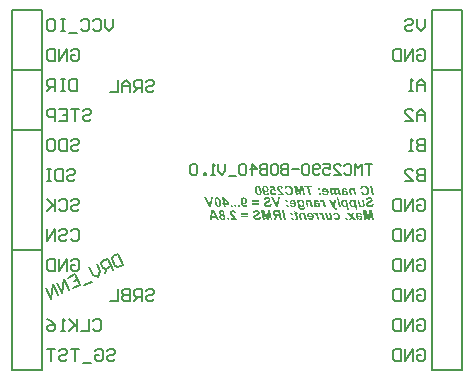
<source format=gbo>
G04*
G04 #@! TF.GenerationSoftware,Altium Limited,Altium Designer,18.1.7 (191)*
G04*
G04 Layer_Color=32896*
%FSLAX25Y25*%
%MOIN*%
G70*
G01*
G75*
%ADD12C,0.00787*%
%ADD16C,0.00700*%
%ADD50C,0.00800*%
G36*
X68493Y-1825D02*
X68567Y-1830D01*
X68696Y-1858D01*
X68812Y-1895D01*
X68863Y-1918D01*
X68909Y-1941D01*
X68955Y-1964D01*
X68992Y-1987D01*
X69024Y-2005D01*
X69047Y-2024D01*
X69071Y-2038D01*
X69085Y-2052D01*
X69094Y-2056D01*
X69098Y-2061D01*
X69145Y-2107D01*
X69191Y-2158D01*
X69265Y-2264D01*
X69325Y-2380D01*
X69371Y-2491D01*
X69389Y-2541D01*
X69403Y-2588D01*
X69412Y-2629D01*
X69426Y-2666D01*
X69431Y-2699D01*
X69436Y-2722D01*
X69440Y-2736D01*
Y-2740D01*
X68830Y-2828D01*
X68807Y-2726D01*
X68780Y-2643D01*
X68752Y-2574D01*
X68724Y-2518D01*
X68701Y-2477D01*
X68683Y-2449D01*
X68669Y-2431D01*
X68664Y-2426D01*
X68622Y-2389D01*
X68576Y-2361D01*
X68535Y-2338D01*
X68493Y-2324D01*
X68456Y-2315D01*
X68428Y-2310D01*
X68405D01*
X68354Y-2315D01*
X68308Y-2324D01*
X68267Y-2343D01*
X68230Y-2361D01*
X68202Y-2380D01*
X68184Y-2398D01*
X68170Y-2407D01*
X68165Y-2412D01*
X68133Y-2454D01*
X68110Y-2495D01*
X68091Y-2541D01*
X68082Y-2583D01*
X68073Y-2620D01*
X68068Y-2648D01*
Y-2666D01*
Y-2675D01*
X68073Y-2712D01*
X68077Y-2754D01*
X68087Y-2791D01*
X68096Y-2828D01*
X68110Y-2856D01*
X68119Y-2879D01*
X68124Y-2897D01*
X68128Y-2902D01*
X68151Y-2948D01*
X68184Y-2999D01*
X68216Y-3050D01*
X68253Y-3096D01*
X68285Y-3137D01*
X68313Y-3170D01*
X68331Y-3188D01*
X68336Y-3198D01*
X68354Y-3216D01*
X68378Y-3239D01*
X68433Y-3299D01*
X68502Y-3364D01*
X68572Y-3433D01*
X68636Y-3498D01*
X68692Y-3549D01*
X68710Y-3572D01*
X68729Y-3585D01*
X68738Y-3595D01*
X68743Y-3599D01*
X68821Y-3673D01*
X68891Y-3743D01*
X68955Y-3807D01*
X69015Y-3867D01*
X69071Y-3918D01*
X69117Y-3969D01*
X69163Y-4011D01*
X69200Y-4052D01*
X69232Y-4084D01*
X69260Y-4117D01*
X69283Y-4140D01*
X69302Y-4158D01*
X69325Y-4186D01*
X69334Y-4195D01*
X69389Y-4265D01*
X69440Y-4334D01*
X69486Y-4399D01*
X69528Y-4459D01*
X69560Y-4510D01*
X69583Y-4551D01*
X69597Y-4579D01*
X69602Y-4583D01*
Y-4588D01*
X69639Y-4667D01*
X69667Y-4750D01*
X69690Y-4824D01*
X69708Y-4893D01*
X69722Y-4948D01*
X69731Y-4995D01*
Y-5013D01*
X69736Y-5027D01*
Y-5032D01*
Y-5036D01*
X67795D01*
X67675Y-4463D01*
X68784D01*
X68720Y-4385D01*
X68692Y-4348D01*
X68664Y-4315D01*
X68641Y-4292D01*
X68622Y-4274D01*
X68613Y-4260D01*
X68609Y-4255D01*
X68562Y-4209D01*
X68507Y-4154D01*
X68442Y-4094D01*
X68378Y-4034D01*
X68318Y-3974D01*
X68267Y-3927D01*
X68248Y-3909D01*
X68234Y-3900D01*
X68225Y-3890D01*
X68221Y-3886D01*
X68119Y-3789D01*
X68031Y-3706D01*
X67957Y-3632D01*
X67897Y-3572D01*
X67851Y-3525D01*
X67819Y-3493D01*
X67800Y-3470D01*
X67795Y-3465D01*
X67731Y-3387D01*
X67680Y-3313D01*
X67634Y-3244D01*
X67597Y-3184D01*
X67569Y-3133D01*
X67551Y-3096D01*
X67541Y-3073D01*
X67537Y-3063D01*
X67509Y-2990D01*
X67491Y-2920D01*
X67477Y-2856D01*
X67467Y-2800D01*
X67463Y-2749D01*
X67458Y-2712D01*
Y-2689D01*
Y-2680D01*
X67463Y-2611D01*
X67467Y-2546D01*
X67500Y-2426D01*
X67541Y-2320D01*
X67588Y-2232D01*
X67611Y-2195D01*
X67634Y-2163D01*
X67657Y-2135D01*
X67675Y-2107D01*
X67694Y-2089D01*
X67708Y-2075D01*
X67712Y-2070D01*
X67717Y-2066D01*
X67768Y-2024D01*
X67819Y-1982D01*
X67874Y-1950D01*
X67934Y-1922D01*
X68050Y-1881D01*
X68165Y-1853D01*
X68216Y-1839D01*
X68262Y-1835D01*
X68308Y-1830D01*
X68345Y-1825D01*
X68378Y-1821D01*
X68419D01*
X68493Y-1825D01*
D02*
G37*
G36*
X73501Y-3253D02*
X71265D01*
Y-2694D01*
X73501D01*
Y-3253D01*
D02*
G37*
G36*
X88341Y-3327D02*
X87722D01*
X87602Y-2722D01*
X88221D01*
X88341Y-3327D01*
D02*
G37*
G36*
X110507Y-2675D02*
X110646Y-2694D01*
X110706Y-2708D01*
X110761Y-2722D01*
X110817Y-2736D01*
X110863Y-2754D01*
X110905Y-2772D01*
X110942Y-2786D01*
X110974Y-2800D01*
X111002Y-2814D01*
X111020Y-2823D01*
X111034Y-2833D01*
X111043Y-2842D01*
X111048D01*
X111136Y-2911D01*
X111214Y-2990D01*
X111274Y-3073D01*
X111325Y-3147D01*
X111362Y-3216D01*
X111390Y-3271D01*
X111399Y-3294D01*
X111404Y-3308D01*
X111408Y-3318D01*
Y-3322D01*
X110799Y-3373D01*
X110785Y-3331D01*
X110766Y-3294D01*
X110743Y-3262D01*
X110720Y-3234D01*
X110702Y-3211D01*
X110683Y-3198D01*
X110674Y-3188D01*
X110669Y-3184D01*
X110627Y-3161D01*
X110586Y-3142D01*
X110540Y-3133D01*
X110498Y-3124D01*
X110461Y-3119D01*
X110429Y-3114D01*
X110401D01*
X110346Y-3119D01*
X110295Y-3124D01*
X110258Y-3137D01*
X110221Y-3147D01*
X110193Y-3161D01*
X110175Y-3174D01*
X110166Y-3179D01*
X110161Y-3184D01*
X110133Y-3211D01*
X110115Y-3239D01*
X110096Y-3267D01*
X110087Y-3294D01*
X110082Y-3318D01*
X110078Y-3331D01*
Y-3345D01*
Y-3350D01*
Y-3382D01*
X110082Y-3415D01*
X110096Y-3484D01*
X110106Y-3512D01*
X110115Y-3535D01*
X110119Y-3553D01*
Y-3558D01*
X110152Y-3567D01*
X110189Y-3576D01*
X110230Y-3585D01*
X110276Y-3595D01*
X110373Y-3613D01*
X110475Y-3622D01*
X110567Y-3636D01*
X110609Y-3641D01*
X110641Y-3646D01*
X110674D01*
X110697Y-3650D01*
X110715D01*
X110812Y-3660D01*
X110900Y-3673D01*
X110979Y-3687D01*
X111053Y-3706D01*
X111122Y-3724D01*
X111182Y-3743D01*
X111237Y-3766D01*
X111284Y-3784D01*
X111325Y-3807D01*
X111362Y-3826D01*
X111390Y-3844D01*
X111413Y-3858D01*
X111431Y-3872D01*
X111445Y-3881D01*
X111450Y-3886D01*
X111454Y-3890D01*
X111492Y-3927D01*
X111519Y-3969D01*
X111570Y-4057D01*
X111607Y-4145D01*
X111630Y-4232D01*
X111649Y-4306D01*
X111653Y-4339D01*
Y-4366D01*
X111658Y-4389D01*
Y-4408D01*
Y-4417D01*
Y-4422D01*
X111649Y-4528D01*
X111630Y-4625D01*
X111598Y-4708D01*
X111565Y-4778D01*
X111533Y-4838D01*
X111501Y-4879D01*
X111482Y-4902D01*
X111473Y-4911D01*
X111399Y-4972D01*
X111320Y-5018D01*
X111237Y-5050D01*
X111163Y-5073D01*
X111099Y-5087D01*
X111043Y-5092D01*
X111025Y-5096D01*
X110997D01*
X110928Y-5092D01*
X110863Y-5082D01*
X110803Y-5069D01*
X110748Y-5055D01*
X110702Y-5041D01*
X110669Y-5027D01*
X110646Y-5018D01*
X110637Y-5013D01*
X110572Y-4981D01*
X110512Y-4939D01*
X110457Y-4902D01*
X110410Y-4865D01*
X110373Y-4828D01*
X110341Y-4801D01*
X110323Y-4782D01*
X110318Y-4778D01*
X110309Y-4874D01*
X110300Y-4916D01*
X110295Y-4958D01*
X110286Y-4990D01*
X110276Y-5013D01*
X110272Y-5032D01*
Y-5036D01*
X109667D01*
X109685Y-4972D01*
X109694Y-4907D01*
X109704Y-4851D01*
X109713Y-4805D01*
Y-4764D01*
X109717Y-4736D01*
Y-4713D01*
Y-4708D01*
Y-4676D01*
X109713Y-4634D01*
X109704Y-4546D01*
X109690Y-4454D01*
X109671Y-4357D01*
X109657Y-4269D01*
X109648Y-4232D01*
X109643Y-4195D01*
X109639Y-4168D01*
X109634Y-4149D01*
X109630Y-4135D01*
Y-4131D01*
X109611Y-4043D01*
X109593Y-3960D01*
X109574Y-3886D01*
X109560Y-3821D01*
X109551Y-3766D01*
X109542Y-3715D01*
X109533Y-3669D01*
X109523Y-3632D01*
X109519Y-3599D01*
X109510Y-3576D01*
Y-3553D01*
X109505Y-3539D01*
X109500Y-3516D01*
Y-3512D01*
X109486Y-3424D01*
X109482Y-3387D01*
Y-3354D01*
X109477Y-3327D01*
Y-3308D01*
Y-3294D01*
Y-3290D01*
Y-3239D01*
X109486Y-3193D01*
X109510Y-3110D01*
X109546Y-3036D01*
X109583Y-2971D01*
X109625Y-2916D01*
X109662Y-2879D01*
X109685Y-2856D01*
X109690Y-2846D01*
X109694D01*
X109736Y-2814D01*
X109782Y-2786D01*
X109888Y-2740D01*
X109995Y-2708D01*
X110106Y-2689D01*
X110203Y-2675D01*
X110244Y-2671D01*
X110281D01*
X110313Y-2666D01*
X110355D01*
X110507Y-2675D01*
D02*
G37*
G36*
X108405Y-3853D02*
X109468Y-5036D01*
X108701D01*
X108128Y-4394D01*
X107791Y-5036D01*
X107126D01*
X107712Y-3923D01*
X106636Y-2717D01*
X107398D01*
X107990Y-3378D01*
X108327Y-2717D01*
X108992D01*
X108405Y-3853D01*
D02*
G37*
G36*
X115405Y-5036D02*
X114809D01*
X114305Y-2366D01*
X114185Y-5036D01*
X113561D01*
X112374Y-2384D01*
X112928Y-5036D01*
X112332D01*
X111750Y-1839D01*
X112697D01*
X113700Y-4038D01*
X113802Y-1839D01*
X114739D01*
X115405Y-5036D01*
D02*
G37*
G36*
X81632Y-5036D02*
X81036D01*
X80533Y-2366D01*
X80413Y-5036D01*
X79789D01*
X78602Y-2384D01*
X79156Y-5036D01*
X78560D01*
X77978Y-1839D01*
X78925D01*
X79928Y-4038D01*
X80029Y-1839D01*
X80967D01*
X81632Y-5036D01*
D02*
G37*
G36*
X73501Y-4223D02*
X71265D01*
Y-3660D01*
X73501D01*
Y-4223D01*
D02*
G37*
G36*
X102949Y-2675D02*
X103078Y-2699D01*
X103194Y-2726D01*
X103296Y-2763D01*
X103342Y-2782D01*
X103383Y-2800D01*
X103416Y-2814D01*
X103448Y-2828D01*
X103471Y-2842D01*
X103490Y-2851D01*
X103499Y-2856D01*
X103504Y-2860D01*
X103614Y-2939D01*
X103711Y-3026D01*
X103790Y-3114D01*
X103855Y-3198D01*
X103910Y-3276D01*
X103928Y-3308D01*
X103947Y-3336D01*
X103956Y-3359D01*
X103965Y-3378D01*
X103975Y-3387D01*
Y-3391D01*
X104026Y-3521D01*
X104067Y-3646D01*
X104095Y-3766D01*
X104113Y-3877D01*
X104118Y-3927D01*
X104123Y-3969D01*
X104127Y-4011D01*
Y-4043D01*
X104132Y-4071D01*
Y-4089D01*
Y-4103D01*
Y-4108D01*
X104127Y-4191D01*
X104123Y-4269D01*
X104109Y-4348D01*
X104090Y-4417D01*
X104072Y-4482D01*
X104049Y-4542D01*
X104026Y-4593D01*
X104002Y-4643D01*
X103979Y-4685D01*
X103956Y-4727D01*
X103933Y-4759D01*
X103915Y-4782D01*
X103896Y-4805D01*
X103882Y-4819D01*
X103878Y-4828D01*
X103873Y-4833D01*
X103822Y-4879D01*
X103767Y-4921D01*
X103711Y-4953D01*
X103656Y-4985D01*
X103596Y-5009D01*
X103536Y-5032D01*
X103425Y-5064D01*
X103374Y-5073D01*
X103323Y-5082D01*
X103282Y-5087D01*
X103245Y-5092D01*
X103212Y-5096D01*
X103171D01*
X103097Y-5092D01*
X103028Y-5087D01*
X102898Y-5064D01*
X102783Y-5032D01*
X102681Y-4990D01*
X102640Y-4972D01*
X102603Y-4953D01*
X102566Y-4935D01*
X102538Y-4921D01*
X102515Y-4907D01*
X102501Y-4898D01*
X102492Y-4888D01*
X102487D01*
X102381Y-4801D01*
X102293Y-4704D01*
X102215Y-4602D01*
X102150Y-4500D01*
X102104Y-4412D01*
X102085Y-4376D01*
X102067Y-4339D01*
X102053Y-4311D01*
X102048Y-4292D01*
X102039Y-4279D01*
Y-4274D01*
X102649Y-4172D01*
X102681Y-4251D01*
X102718Y-4315D01*
X102755Y-4371D01*
X102787Y-4417D01*
X102820Y-4454D01*
X102848Y-4477D01*
X102866Y-4496D01*
X102871Y-4500D01*
X102921Y-4537D01*
X102972Y-4560D01*
X103023Y-4579D01*
X103065Y-4593D01*
X103102Y-4602D01*
X103129Y-4607D01*
X103157D01*
X103212Y-4602D01*
X103259Y-4588D01*
X103305Y-4570D01*
X103342Y-4551D01*
X103369Y-4533D01*
X103393Y-4514D01*
X103407Y-4500D01*
X103411Y-4496D01*
X103443Y-4450D01*
X103466Y-4399D01*
X103485Y-4348D01*
X103494Y-4297D01*
X103504Y-4251D01*
X103508Y-4214D01*
Y-4191D01*
Y-4182D01*
X103504Y-4089D01*
X103494Y-4001D01*
X103480Y-3914D01*
X103466Y-3835D01*
X103453Y-3770D01*
X103439Y-3720D01*
X103434Y-3701D01*
X103430Y-3687D01*
X103425Y-3678D01*
Y-3673D01*
X103393Y-3576D01*
X103351Y-3493D01*
X103314Y-3424D01*
X103272Y-3368D01*
X103240Y-3322D01*
X103212Y-3290D01*
X103189Y-3271D01*
X103185Y-3267D01*
X103125Y-3221D01*
X103065Y-3188D01*
X103009Y-3161D01*
X102958Y-3147D01*
X102912Y-3137D01*
X102880Y-3128D01*
X102848D01*
X102792Y-3133D01*
X102741Y-3142D01*
X102700Y-3161D01*
X102663Y-3174D01*
X102630Y-3193D01*
X102612Y-3211D01*
X102598Y-3221D01*
X102593Y-3225D01*
X102561Y-3262D01*
X102533Y-3308D01*
X102515Y-3354D01*
X102496Y-3401D01*
X102487Y-3447D01*
X102478Y-3479D01*
X102473Y-3502D01*
Y-3512D01*
X101877Y-3452D01*
X101886Y-3387D01*
X101900Y-3327D01*
X101933Y-3216D01*
X101979Y-3119D01*
X102030Y-3036D01*
X102076Y-2971D01*
X102118Y-2920D01*
X102131Y-2906D01*
X102145Y-2892D01*
X102150Y-2888D01*
X102155Y-2883D01*
X102201Y-2846D01*
X102252Y-2809D01*
X102362Y-2759D01*
X102469Y-2717D01*
X102575Y-2694D01*
X102667Y-2675D01*
X102709Y-2671D01*
X102741D01*
X102769Y-2666D01*
X102811D01*
X102949Y-2675D01*
D02*
G37*
G36*
X89680Y-2347D02*
X89754Y-2717D01*
X90059D01*
X90156Y-3184D01*
X89847D01*
X90045Y-4117D01*
X90059Y-4186D01*
X90073Y-4251D01*
X90082Y-4306D01*
X90092Y-4357D01*
X90101Y-4403D01*
X90110Y-4445D01*
X90115Y-4477D01*
X90119Y-4510D01*
X90124Y-4556D01*
X90129Y-4588D01*
Y-4607D01*
Y-4611D01*
X90124Y-4694D01*
X90105Y-4764D01*
X90082Y-4828D01*
X90055Y-4879D01*
X90027Y-4916D01*
X90004Y-4948D01*
X89985Y-4967D01*
X89981Y-4972D01*
X89916Y-5013D01*
X89842Y-5046D01*
X89759Y-5064D01*
X89680Y-5082D01*
X89606Y-5092D01*
X89579D01*
X89551Y-5096D01*
X89496D01*
X89371Y-5092D01*
X89315Y-5082D01*
X89265Y-5078D01*
X89223Y-5069D01*
X89191Y-5064D01*
X89172Y-5059D01*
X89163D01*
X89066Y-4597D01*
X89121Y-4602D01*
X89168Y-4607D01*
X89205Y-4611D01*
X89232D01*
X89251Y-4616D01*
X89315D01*
X89352Y-4611D01*
X89385Y-4602D01*
X89408Y-4593D01*
X89422Y-4588D01*
X89436Y-4579D01*
X89440Y-4574D01*
X89445D01*
X89468Y-4537D01*
X89482Y-4505D01*
X89486Y-4473D01*
Y-4468D01*
Y-4463D01*
Y-4454D01*
X89482Y-4440D01*
X89477Y-4399D01*
X89468Y-4352D01*
X89459Y-4297D01*
X89450Y-4246D01*
X89440Y-4205D01*
X89436Y-4186D01*
X89431Y-4172D01*
Y-4168D01*
Y-4163D01*
X89228Y-3184D01*
X88844D01*
X88747Y-2717D01*
X89131D01*
X88969Y-1918D01*
X89680Y-2347D01*
D02*
G37*
G36*
X101526Y-4011D02*
X101540Y-4075D01*
X101554Y-4135D01*
X101563Y-4191D01*
X101572Y-4237D01*
X101577Y-4283D01*
X101586Y-4320D01*
X101595Y-4385D01*
X101600Y-4436D01*
X101605Y-4468D01*
Y-4486D01*
Y-4491D01*
X101600Y-4588D01*
X101582Y-4676D01*
X101558Y-4754D01*
X101531Y-4814D01*
X101503Y-4865D01*
X101480Y-4902D01*
X101462Y-4925D01*
X101457Y-4935D01*
X101397Y-4990D01*
X101328Y-5027D01*
X101258Y-5055D01*
X101193Y-5078D01*
X101133Y-5087D01*
X101083Y-5092D01*
X101064Y-5096D01*
X101041D01*
X100962Y-5092D01*
X100889Y-5082D01*
X100815Y-5064D01*
X100745Y-5041D01*
X100616Y-4985D01*
X100556Y-4953D01*
X100501Y-4916D01*
X100450Y-4884D01*
X100408Y-4851D01*
X100366Y-4824D01*
X100334Y-4796D01*
X100311Y-4773D01*
X100288Y-4754D01*
X100279Y-4745D01*
X100274Y-4741D01*
X100339Y-5036D01*
X99752D01*
X99230Y-2717D01*
X99854D01*
X100103Y-3826D01*
X100122Y-3900D01*
X100136Y-3960D01*
X100149Y-4015D01*
X100163Y-4057D01*
X100172Y-4094D01*
X100182Y-4117D01*
X100186Y-4131D01*
Y-4135D01*
X100205Y-4186D01*
X100228Y-4232D01*
X100246Y-4269D01*
X100265Y-4306D01*
X100279Y-4329D01*
X100293Y-4352D01*
X100297Y-4362D01*
X100302Y-4366D01*
X100348Y-4426D01*
X100394Y-4473D01*
X100413Y-4491D01*
X100427Y-4505D01*
X100436Y-4514D01*
X100440Y-4519D01*
X100496Y-4560D01*
X100542Y-4593D01*
X100561Y-4602D01*
X100574Y-4611D01*
X100584Y-4616D01*
X100588D01*
X100639Y-4634D01*
X100685Y-4643D01*
X100704Y-4648D01*
X100732D01*
X100768Y-4643D01*
X100801Y-4639D01*
X100829Y-4625D01*
X100856Y-4611D01*
X100875Y-4602D01*
X100889Y-4588D01*
X100898Y-4583D01*
X100902Y-4579D01*
X100926Y-4551D01*
X100939Y-4519D01*
X100958Y-4463D01*
X100962Y-4440D01*
X100967Y-4422D01*
Y-4408D01*
Y-4403D01*
X100962Y-4371D01*
X100958Y-4329D01*
X100949Y-4279D01*
X100939Y-4228D01*
X100930Y-4177D01*
X100921Y-4135D01*
X100912Y-4108D01*
Y-4103D01*
Y-4098D01*
X100602Y-2717D01*
X101235D01*
X101526Y-4011D01*
D02*
G37*
G36*
X94282Y-2671D02*
X94397Y-2689D01*
X94504Y-2712D01*
X94601Y-2745D01*
X94693Y-2782D01*
X94776Y-2823D01*
X94855Y-2869D01*
X94924Y-2916D01*
X94984Y-2967D01*
X95040Y-3008D01*
X95081Y-3054D01*
X95123Y-3091D01*
X95151Y-3124D01*
X95169Y-3147D01*
X95183Y-3165D01*
X95187Y-3170D01*
X95234Y-3239D01*
X95275Y-3313D01*
X95308Y-3387D01*
X95340Y-3461D01*
X95363Y-3535D01*
X95386Y-3604D01*
X95419Y-3733D01*
X95428Y-3793D01*
X95437Y-3849D01*
X95442Y-3900D01*
X95446Y-3941D01*
X95451Y-3974D01*
Y-3997D01*
Y-4015D01*
Y-4020D01*
X95446Y-4108D01*
X95437Y-4191D01*
X95423Y-4274D01*
X95405Y-4348D01*
X95381Y-4417D01*
X95358Y-4482D01*
X95331Y-4537D01*
X95303Y-4593D01*
X95280Y-4639D01*
X95252Y-4681D01*
X95229Y-4717D01*
X95206Y-4745D01*
X95187Y-4768D01*
X95174Y-4787D01*
X95164Y-4796D01*
X95160Y-4801D01*
X95104Y-4851D01*
X95044Y-4898D01*
X94980Y-4939D01*
X94920Y-4972D01*
X94855Y-4999D01*
X94790Y-5022D01*
X94670Y-5059D01*
X94615Y-5073D01*
X94564Y-5082D01*
X94518Y-5087D01*
X94476Y-5092D01*
X94444Y-5096D01*
X94397D01*
X94273Y-5087D01*
X94162Y-5069D01*
X94056Y-5046D01*
X93968Y-5013D01*
X93889Y-4981D01*
X93862Y-4967D01*
X93834Y-4958D01*
X93815Y-4944D01*
X93801Y-4939D01*
X93792Y-4930D01*
X93788D01*
X93691Y-4861D01*
X93603Y-4778D01*
X93524Y-4694D01*
X93460Y-4611D01*
X93413Y-4533D01*
X93390Y-4500D01*
X93376Y-4473D01*
X93363Y-4450D01*
X93353Y-4431D01*
X93344Y-4422D01*
Y-4417D01*
X93903Y-4325D01*
X93936Y-4380D01*
X93972Y-4431D01*
X94014Y-4473D01*
X94056Y-4510D01*
X94093Y-4542D01*
X94134Y-4570D01*
X94176Y-4593D01*
X94213Y-4607D01*
X94282Y-4630D01*
X94314Y-4639D01*
X94342Y-4643D01*
X94361Y-4648D01*
X94393D01*
X94462Y-4643D01*
X94527Y-4625D01*
X94582Y-4602D01*
X94629Y-4579D01*
X94670Y-4551D01*
X94698Y-4533D01*
X94716Y-4514D01*
X94721Y-4510D01*
X94762Y-4454D01*
X94795Y-4389D01*
X94818Y-4329D01*
X94832Y-4269D01*
X94841Y-4214D01*
X94850Y-4172D01*
Y-4145D01*
Y-4140D01*
Y-4135D01*
Y-4117D01*
X94846Y-4098D01*
Y-4080D01*
Y-4075D01*
X93275D01*
X93247Y-3937D01*
X93238Y-3867D01*
X93233Y-3803D01*
X93229Y-3752D01*
Y-3706D01*
Y-3678D01*
Y-3673D01*
Y-3669D01*
X93233Y-3581D01*
X93238Y-3502D01*
X93252Y-3424D01*
X93270Y-3354D01*
X93289Y-3285D01*
X93307Y-3225D01*
X93330Y-3170D01*
X93353Y-3119D01*
X93381Y-3077D01*
X93404Y-3036D01*
X93423Y-3003D01*
X93441Y-2976D01*
X93460Y-2957D01*
X93474Y-2943D01*
X93478Y-2934D01*
X93483Y-2929D01*
X93533Y-2883D01*
X93584Y-2842D01*
X93640Y-2809D01*
X93695Y-2777D01*
X93751Y-2749D01*
X93806Y-2731D01*
X93917Y-2699D01*
X93968Y-2689D01*
X94014Y-2680D01*
X94056Y-2675D01*
X94093Y-2671D01*
X94120Y-2666D01*
X94162D01*
X94282Y-2671D01*
D02*
G37*
G36*
X106682Y-5036D02*
X106063D01*
X105943Y-4431D01*
X106562D01*
X106682Y-5036D01*
D02*
G37*
G36*
X97428Y-2671D02*
X97497Y-2689D01*
X97567Y-2712D01*
X97627Y-2745D01*
X97692Y-2782D01*
X97747Y-2823D01*
X97853Y-2916D01*
X97899Y-2962D01*
X97941Y-3008D01*
X97978Y-3050D01*
X98010Y-3087D01*
X98033Y-3119D01*
X98052Y-3142D01*
X98061Y-3161D01*
X98066Y-3165D01*
X97973Y-2717D01*
X98555D01*
X99041Y-5036D01*
X98422D01*
X98269Y-4311D01*
X98251Y-4232D01*
X98237Y-4154D01*
X98218Y-4084D01*
X98200Y-4024D01*
X98186Y-3964D01*
X98172Y-3909D01*
X98154Y-3863D01*
X98140Y-3821D01*
X98130Y-3784D01*
X98117Y-3752D01*
X98107Y-3724D01*
X98098Y-3701D01*
X98093Y-3687D01*
X98089Y-3673D01*
X98084Y-3664D01*
X98047Y-3590D01*
X98006Y-3525D01*
X97960Y-3470D01*
X97918Y-3424D01*
X97881Y-3391D01*
X97853Y-3364D01*
X97835Y-3345D01*
X97825Y-3341D01*
X97761Y-3299D01*
X97701Y-3267D01*
X97645Y-3248D01*
X97594Y-3230D01*
X97553Y-3221D01*
X97521Y-3216D01*
X97493D01*
X97424Y-3221D01*
X97364Y-3230D01*
X97340Y-3239D01*
X97322Y-3244D01*
X97313Y-3248D01*
X97308D01*
X97068Y-2736D01*
X97123Y-2712D01*
X97179Y-2694D01*
X97229Y-2685D01*
X97271Y-2675D01*
X97308Y-2671D01*
X97336Y-2666D01*
X97359D01*
X97428Y-2671D01*
D02*
G37*
G36*
X95691D02*
X95760Y-2689D01*
X95830Y-2712D01*
X95890Y-2745D01*
X95954Y-2782D01*
X96010Y-2823D01*
X96116Y-2916D01*
X96162Y-2962D01*
X96204Y-3008D01*
X96241Y-3050D01*
X96273Y-3087D01*
X96296Y-3119D01*
X96315Y-3142D01*
X96324Y-3161D01*
X96329Y-3165D01*
X96236Y-2717D01*
X96818D01*
X97303Y-5036D01*
X96684D01*
X96532Y-4311D01*
X96513Y-4232D01*
X96500Y-4154D01*
X96481Y-4084D01*
X96463Y-4024D01*
X96449Y-3964D01*
X96435Y-3909D01*
X96416Y-3863D01*
X96403Y-3821D01*
X96393Y-3784D01*
X96380Y-3752D01*
X96370Y-3724D01*
X96361Y-3701D01*
X96356Y-3687D01*
X96352Y-3673D01*
X96347Y-3664D01*
X96310Y-3590D01*
X96269Y-3525D01*
X96222Y-3470D01*
X96181Y-3424D01*
X96144Y-3391D01*
X96116Y-3364D01*
X96098Y-3345D01*
X96088Y-3341D01*
X96024Y-3299D01*
X95964Y-3267D01*
X95908Y-3248D01*
X95857Y-3230D01*
X95816Y-3221D01*
X95784Y-3216D01*
X95756D01*
X95687Y-3221D01*
X95626Y-3230D01*
X95603Y-3239D01*
X95585Y-3244D01*
X95576Y-3248D01*
X95571D01*
X95331Y-2736D01*
X95386Y-2712D01*
X95442Y-2694D01*
X95492Y-2685D01*
X95534Y-2675D01*
X95571Y-2671D01*
X95599Y-2666D01*
X95622D01*
X95691Y-2671D01*
D02*
G37*
G36*
X91270D02*
X91344Y-2680D01*
X91413Y-2694D01*
X91473Y-2708D01*
X91524Y-2722D01*
X91565Y-2736D01*
X91588Y-2745D01*
X91598Y-2749D01*
X91672Y-2786D01*
X91746Y-2828D01*
X91815Y-2874D01*
X91880Y-2916D01*
X91935Y-2957D01*
X91981Y-2990D01*
X92009Y-3013D01*
X92014Y-3022D01*
X92018D01*
X91958Y-2717D01*
X92550D01*
X93035Y-5036D01*
X92415D01*
X92217Y-4089D01*
X92198Y-4015D01*
X92185Y-3946D01*
X92166Y-3881D01*
X92152Y-3826D01*
X92138Y-3775D01*
X92124Y-3729D01*
X92111Y-3692D01*
X92101Y-3655D01*
X92092Y-3627D01*
X92083Y-3599D01*
X92069Y-3562D01*
X92060Y-3539D01*
X92055Y-3535D01*
X92014Y-3465D01*
X91972Y-3405D01*
X91926Y-3354D01*
X91884Y-3313D01*
X91847Y-3276D01*
X91815Y-3253D01*
X91796Y-3234D01*
X91787Y-3230D01*
X91723Y-3193D01*
X91667Y-3165D01*
X91616Y-3142D01*
X91570Y-3128D01*
X91528Y-3119D01*
X91501Y-3114D01*
X91478D01*
X91431Y-3119D01*
X91390Y-3124D01*
X91357Y-3137D01*
X91330Y-3147D01*
X91307Y-3161D01*
X91293Y-3174D01*
X91284Y-3179D01*
X91279Y-3184D01*
X91256Y-3211D01*
X91237Y-3244D01*
X91224Y-3276D01*
X91214Y-3304D01*
X91210Y-3331D01*
X91205Y-3354D01*
Y-3368D01*
Y-3373D01*
Y-3387D01*
X91210Y-3405D01*
X91219Y-3452D01*
X91228Y-3512D01*
X91237Y-3572D01*
X91251Y-3627D01*
X91260Y-3678D01*
X91265Y-3696D01*
Y-3710D01*
X91270Y-3720D01*
Y-3724D01*
X91552Y-5036D01*
X90933D01*
X90651Y-3729D01*
X90637Y-3669D01*
X90623Y-3613D01*
X90614Y-3562D01*
X90605Y-3516D01*
X90591Y-3433D01*
X90581Y-3373D01*
X90572Y-3322D01*
X90567Y-3290D01*
Y-3271D01*
Y-3267D01*
X90577Y-3170D01*
X90595Y-3087D01*
X90618Y-3013D01*
X90651Y-2948D01*
X90683Y-2897D01*
X90706Y-2860D01*
X90725Y-2842D01*
X90734Y-2833D01*
X90803Y-2777D01*
X90877Y-2736D01*
X90951Y-2708D01*
X91025Y-2685D01*
X91090Y-2675D01*
X91145Y-2671D01*
X91163Y-2666D01*
X91191D01*
X91270Y-2671D01*
D02*
G37*
G36*
X88692Y-5036D02*
X88073D01*
X87953Y-4431D01*
X88572D01*
X88692Y-5036D01*
D02*
G37*
G36*
X86118Y-5036D02*
X85467D01*
X84793Y-1839D01*
X85448D01*
X86118Y-5036D01*
D02*
G37*
G36*
X84834D02*
X84183D01*
X83906Y-3715D01*
X83637D01*
X83554Y-3720D01*
X83485Y-3724D01*
X83430Y-3733D01*
X83383Y-3747D01*
X83351Y-3761D01*
X83328Y-3770D01*
X83314Y-3775D01*
X83310Y-3780D01*
X83282Y-3803D01*
X83254Y-3826D01*
X83199Y-3890D01*
X83152Y-3960D01*
X83111Y-4029D01*
X83074Y-4094D01*
X83046Y-4145D01*
X83037Y-4168D01*
X83028Y-4182D01*
X83023Y-4191D01*
Y-4195D01*
X82977Y-4297D01*
X82935Y-4394D01*
X82898Y-4486D01*
X82866Y-4570D01*
X82834Y-4643D01*
X82806Y-4713D01*
X82783Y-4773D01*
X82760Y-4828D01*
X82741Y-4879D01*
X82727Y-4921D01*
X82714Y-4958D01*
X82704Y-4985D01*
X82695Y-5009D01*
X82690Y-5022D01*
X82686Y-5032D01*
Y-5036D01*
X81979D01*
X82030Y-4911D01*
X82081Y-4796D01*
X82127Y-4685D01*
X82173Y-4583D01*
X82214Y-4486D01*
X82256Y-4399D01*
X82293Y-4320D01*
X82330Y-4251D01*
X82362Y-4186D01*
X82390Y-4131D01*
X82413Y-4084D01*
X82436Y-4047D01*
X82450Y-4015D01*
X82464Y-3997D01*
X82469Y-3983D01*
X82473Y-3978D01*
X82515Y-3914D01*
X82556Y-3853D01*
X82598Y-3803D01*
X82630Y-3757D01*
X82663Y-3724D01*
X82686Y-3696D01*
X82704Y-3683D01*
X82709Y-3678D01*
X82621Y-3664D01*
X82533Y-3646D01*
X82455Y-3627D01*
X82385Y-3604D01*
X82316Y-3576D01*
X82256Y-3549D01*
X82201Y-3521D01*
X82155Y-3493D01*
X82108Y-3465D01*
X82071Y-3442D01*
X82044Y-3419D01*
X82016Y-3396D01*
X81997Y-3378D01*
X81979Y-3364D01*
X81974Y-3359D01*
X81970Y-3354D01*
X81928Y-3304D01*
X81887Y-3248D01*
X81854Y-3193D01*
X81827Y-3137D01*
X81785Y-3022D01*
X81757Y-2916D01*
X81743Y-2870D01*
X81739Y-2823D01*
X81734Y-2782D01*
X81729Y-2749D01*
X81725Y-2717D01*
Y-2699D01*
Y-2685D01*
Y-2680D01*
X81729Y-2578D01*
X81743Y-2481D01*
X81766Y-2398D01*
X81789Y-2329D01*
X81813Y-2273D01*
X81836Y-2232D01*
X81850Y-2204D01*
X81854Y-2195D01*
X81905Y-2126D01*
X81956Y-2066D01*
X82011Y-2019D01*
X82067Y-1978D01*
X82113Y-1950D01*
X82150Y-1932D01*
X82173Y-1922D01*
X82178Y-1918D01*
X82182D01*
X82265Y-1890D01*
X82358Y-1871D01*
X82450Y-1858D01*
X82543Y-1848D01*
X82626Y-1844D01*
X82658Y-1839D01*
X84164D01*
X84834Y-5036D01*
D02*
G37*
G36*
X67320D02*
X66701D01*
X66580Y-4431D01*
X67199D01*
X67320Y-5036D01*
D02*
G37*
G36*
X63841D02*
X63166D01*
X62783Y-4329D01*
X61517D01*
X61411Y-5036D01*
X60787D01*
X61300Y-1839D01*
X62044D01*
X63841Y-5036D01*
D02*
G37*
G36*
X76380Y-1784D02*
X76472Y-1788D01*
X76560Y-1802D01*
X76643Y-1821D01*
X76721Y-1839D01*
X76791Y-1862D01*
X76851Y-1890D01*
X76906Y-1913D01*
X76957Y-1936D01*
X77003Y-1964D01*
X77040Y-1987D01*
X77068Y-2005D01*
X77091Y-2024D01*
X77109Y-2033D01*
X77119Y-2042D01*
X77123Y-2047D01*
X77174Y-2098D01*
X77220Y-2153D01*
X77257Y-2209D01*
X77290Y-2264D01*
X77317Y-2324D01*
X77345Y-2380D01*
X77377Y-2486D01*
X77391Y-2532D01*
X77400Y-2578D01*
X77405Y-2620D01*
X77410Y-2652D01*
X77414Y-2680D01*
Y-2703D01*
Y-2717D01*
Y-2722D01*
X77410Y-2805D01*
X77400Y-2883D01*
X77382Y-2953D01*
X77364Y-3013D01*
X77350Y-3059D01*
X77331Y-3096D01*
X77322Y-3119D01*
X77317Y-3128D01*
X77276Y-3188D01*
X77234Y-3244D01*
X77188Y-3294D01*
X77146Y-3331D01*
X77109Y-3364D01*
X77077Y-3391D01*
X77059Y-3405D01*
X77049Y-3410D01*
X77017Y-3429D01*
X76976Y-3452D01*
X76892Y-3498D01*
X76800Y-3539D01*
X76712Y-3585D01*
X76634Y-3622D01*
X76597Y-3636D01*
X76564Y-3650D01*
X76541Y-3664D01*
X76523Y-3669D01*
X76509Y-3678D01*
X76504D01*
X76439Y-3706D01*
X76375Y-3733D01*
X76324Y-3761D01*
X76273Y-3784D01*
X76232Y-3803D01*
X76195Y-3821D01*
X76162Y-3840D01*
X76135Y-3858D01*
X76093Y-3881D01*
X76065Y-3900D01*
X76051Y-3909D01*
X76047Y-3914D01*
X76005Y-3951D01*
X75977Y-3992D01*
X75954Y-4034D01*
X75941Y-4071D01*
X75931Y-4103D01*
X75927Y-4131D01*
Y-4149D01*
Y-4154D01*
X75931Y-4214D01*
X75950Y-4265D01*
X75973Y-4311D01*
X76001Y-4352D01*
X76028Y-4385D01*
X76051Y-4412D01*
X76070Y-4426D01*
X76075Y-4431D01*
X76135Y-4468D01*
X76209Y-4496D01*
X76287Y-4519D01*
X76361Y-4533D01*
X76430Y-4542D01*
X76463D01*
X76490Y-4546D01*
X76610D01*
X76675Y-4537D01*
X76735Y-4533D01*
X76786Y-4519D01*
X76837Y-4510D01*
X76878Y-4496D01*
X76920Y-4477D01*
X76952Y-4463D01*
X77008Y-4431D01*
X77045Y-4408D01*
X77063Y-4389D01*
X77073Y-4380D01*
X77105Y-4334D01*
X77128Y-4274D01*
X77146Y-4205D01*
X77156Y-4135D01*
X77165Y-4075D01*
X77170Y-4020D01*
X77174Y-4001D01*
Y-3988D01*
Y-3978D01*
Y-3974D01*
X77802Y-4011D01*
X77798Y-4126D01*
X77789Y-4232D01*
X77770Y-4329D01*
X77747Y-4412D01*
X77724Y-4482D01*
X77715Y-4510D01*
X77705Y-4533D01*
X77696Y-4556D01*
X77692Y-4570D01*
X77687Y-4574D01*
Y-4579D01*
X77631Y-4667D01*
X77567Y-4741D01*
X77498Y-4810D01*
X77428Y-4861D01*
X77364Y-4907D01*
X77313Y-4935D01*
X77290Y-4948D01*
X77276Y-4958D01*
X77267Y-4962D01*
X77262D01*
X77146Y-5009D01*
X77022Y-5041D01*
X76902Y-5064D01*
X76791Y-5078D01*
X76740Y-5087D01*
X76694D01*
X76652Y-5092D01*
X76615Y-5096D01*
X76546D01*
X76435Y-5092D01*
X76333Y-5082D01*
X76236Y-5069D01*
X76148Y-5050D01*
X76065Y-5027D01*
X75987Y-4999D01*
X75918Y-4976D01*
X75857Y-4944D01*
X75797Y-4916D01*
X75751Y-4893D01*
X75710Y-4865D01*
X75673Y-4842D01*
X75649Y-4824D01*
X75626Y-4810D01*
X75617Y-4801D01*
X75613Y-4796D01*
X75552Y-4736D01*
X75502Y-4681D01*
X75455Y-4616D01*
X75419Y-4556D01*
X75386Y-4496D01*
X75358Y-4436D01*
X75335Y-4376D01*
X75317Y-4320D01*
X75303Y-4269D01*
X75294Y-4223D01*
X75284Y-4177D01*
X75280Y-4140D01*
X75275Y-4112D01*
Y-4089D01*
Y-4075D01*
Y-4071D01*
X75280Y-4006D01*
X75284Y-3951D01*
X75312Y-3840D01*
X75345Y-3743D01*
X75386Y-3664D01*
X75428Y-3599D01*
X75465Y-3549D01*
X75479Y-3535D01*
X75492Y-3521D01*
X75497Y-3516D01*
X75502Y-3512D01*
X75534Y-3484D01*
X75576Y-3452D01*
X75622Y-3419D01*
X75677Y-3387D01*
X75793Y-3322D01*
X75913Y-3262D01*
X76024Y-3207D01*
X76075Y-3184D01*
X76121Y-3161D01*
X76158Y-3147D01*
X76185Y-3133D01*
X76204Y-3128D01*
X76209Y-3124D01*
X76273Y-3096D01*
X76333Y-3068D01*
X76389Y-3040D01*
X76435Y-3017D01*
X76481Y-2994D01*
X76518Y-2971D01*
X76550Y-2953D01*
X76583Y-2934D01*
X76629Y-2906D01*
X76657Y-2888D01*
X76675Y-2874D01*
X76680Y-2870D01*
X76717Y-2833D01*
X76740Y-2795D01*
X76758Y-2759D01*
X76772Y-2722D01*
X76781Y-2689D01*
X76786Y-2666D01*
Y-2648D01*
Y-2643D01*
X76781Y-2592D01*
X76768Y-2541D01*
X76749Y-2500D01*
X76726Y-2463D01*
X76708Y-2435D01*
X76689Y-2417D01*
X76675Y-2403D01*
X76670Y-2398D01*
X76620Y-2366D01*
X76560Y-2343D01*
X76495Y-2324D01*
X76435Y-2315D01*
X76375Y-2306D01*
X76329Y-2301D01*
X76283D01*
X76185Y-2306D01*
X76098Y-2320D01*
X76024Y-2343D01*
X75968Y-2361D01*
X75922Y-2384D01*
X75890Y-2407D01*
X75867Y-2421D01*
X75862Y-2426D01*
X75811Y-2477D01*
X75774Y-2532D01*
X75747Y-2592D01*
X75723Y-2648D01*
X75710Y-2699D01*
X75696Y-2740D01*
X75691Y-2768D01*
Y-2772D01*
Y-2777D01*
X75063Y-2749D01*
X75072Y-2671D01*
X75086Y-2592D01*
X75104Y-2523D01*
X75128Y-2454D01*
X75155Y-2394D01*
X75183Y-2334D01*
X75215Y-2283D01*
X75248Y-2232D01*
X75275Y-2190D01*
X75303Y-2153D01*
X75331Y-2121D01*
X75354Y-2093D01*
X75377Y-2075D01*
X75391Y-2061D01*
X75400Y-2052D01*
X75405Y-2047D01*
X75465Y-2001D01*
X75529Y-1959D01*
X75599Y-1922D01*
X75673Y-1890D01*
X75742Y-1867D01*
X75816Y-1844D01*
X75959Y-1812D01*
X76024Y-1802D01*
X76084Y-1793D01*
X76139Y-1788D01*
X76185Y-1784D01*
X76222Y-1779D01*
X76278D01*
X76380Y-1784D01*
D02*
G37*
G36*
X64765Y-1825D02*
X64866Y-1839D01*
X64954Y-1862D01*
X65033Y-1881D01*
X65097Y-1904D01*
X65148Y-1927D01*
X65167Y-1932D01*
X65181Y-1941D01*
X65185Y-1945D01*
X65190D01*
X65273Y-1996D01*
X65342Y-2052D01*
X65402Y-2107D01*
X65453Y-2163D01*
X65490Y-2209D01*
X65518Y-2246D01*
X65536Y-2273D01*
X65541Y-2278D01*
Y-2283D01*
X65578Y-2361D01*
X65606Y-2435D01*
X65629Y-2509D01*
X65643Y-2569D01*
X65652Y-2625D01*
X65657Y-2662D01*
Y-2689D01*
Y-2694D01*
Y-2699D01*
X65652Y-2763D01*
X65643Y-2828D01*
X65629Y-2883D01*
X65615Y-2929D01*
X65601Y-2971D01*
X65587Y-2999D01*
X65578Y-3022D01*
X65573Y-3026D01*
X65536Y-3077D01*
X65499Y-3128D01*
X65458Y-3170D01*
X65416Y-3207D01*
X65379Y-3239D01*
X65351Y-3262D01*
X65333Y-3276D01*
X65324Y-3281D01*
X65430Y-3327D01*
X65527Y-3382D01*
X65610Y-3442D01*
X65680Y-3502D01*
X65735Y-3553D01*
X65777Y-3599D01*
X65790Y-3618D01*
X65800Y-3632D01*
X65809Y-3636D01*
Y-3641D01*
X65869Y-3738D01*
X65911Y-3835D01*
X65943Y-3932D01*
X65961Y-4020D01*
X65975Y-4098D01*
X65980Y-4131D01*
Y-4158D01*
X65984Y-4182D01*
Y-4200D01*
Y-4209D01*
Y-4214D01*
X65980Y-4283D01*
X65975Y-4352D01*
X65943Y-4473D01*
X65906Y-4583D01*
X65855Y-4676D01*
X65832Y-4713D01*
X65809Y-4750D01*
X65790Y-4778D01*
X65772Y-4801D01*
X65754Y-4819D01*
X65740Y-4833D01*
X65735Y-4842D01*
X65730Y-4847D01*
X65680Y-4888D01*
X65629Y-4930D01*
X65573Y-4962D01*
X65513Y-4990D01*
X65402Y-5036D01*
X65292Y-5064D01*
X65245Y-5073D01*
X65199Y-5082D01*
X65158Y-5087D01*
X65121Y-5092D01*
X65093Y-5096D01*
X65051D01*
X64945Y-5092D01*
X64843Y-5078D01*
X64751Y-5055D01*
X64663Y-5032D01*
X64580Y-4999D01*
X64506Y-4962D01*
X64437Y-4925D01*
X64372Y-4884D01*
X64317Y-4842D01*
X64271Y-4805D01*
X64229Y-4768D01*
X64192Y-4736D01*
X64169Y-4708D01*
X64146Y-4690D01*
X64136Y-4676D01*
X64132Y-4671D01*
X64090Y-4616D01*
X64053Y-4556D01*
X64026Y-4500D01*
X63998Y-4445D01*
X63956Y-4334D01*
X63929Y-4228D01*
X63919Y-4182D01*
X63915Y-4140D01*
X63906Y-4103D01*
Y-4071D01*
X63901Y-4047D01*
Y-4025D01*
Y-4015D01*
Y-4011D01*
X63906Y-3932D01*
X63915Y-3858D01*
X63933Y-3793D01*
X63947Y-3733D01*
X63965Y-3687D01*
X63984Y-3650D01*
X63993Y-3632D01*
X63998Y-3622D01*
X64039Y-3558D01*
X64086Y-3502D01*
X64132Y-3452D01*
X64183Y-3410D01*
X64224Y-3373D01*
X64261Y-3350D01*
X64284Y-3331D01*
X64289Y-3327D01*
X64294D01*
X64196Y-3281D01*
X64113Y-3230D01*
X64044Y-3184D01*
X63989Y-3137D01*
X63942Y-3096D01*
X63910Y-3059D01*
X63892Y-3040D01*
X63887Y-3031D01*
X63841Y-2962D01*
X63809Y-2888D01*
X63781Y-2819D01*
X63767Y-2754D01*
X63758Y-2694D01*
X63748Y-2652D01*
Y-2634D01*
Y-2620D01*
Y-2615D01*
Y-2611D01*
X63753Y-2546D01*
X63758Y-2486D01*
X63785Y-2380D01*
X63822Y-2283D01*
X63868Y-2200D01*
X63915Y-2135D01*
X63952Y-2089D01*
X63965Y-2070D01*
X63979Y-2056D01*
X63984Y-2052D01*
X63989Y-2047D01*
X64035Y-2005D01*
X64086Y-1973D01*
X64141Y-1941D01*
X64196Y-1918D01*
X64307Y-1876D01*
X64414Y-1848D01*
X64464Y-1839D01*
X64511Y-1835D01*
X64552Y-1825D01*
X64589D01*
X64617Y-1821D01*
X64658D01*
X64765Y-1825D01*
D02*
G37*
G36*
X91307Y1619D02*
X91409Y1601D01*
X91501Y1573D01*
X91580Y1541D01*
X91649Y1508D01*
X91681Y1494D01*
X91704Y1481D01*
X91723Y1471D01*
X91737Y1462D01*
X91746Y1453D01*
X91751D01*
X91843Y1379D01*
X91926Y1300D01*
X92000Y1213D01*
X92060Y1130D01*
X92106Y1051D01*
X92125Y1019D01*
X92139Y991D01*
X92153Y968D01*
X92157Y949D01*
X92167Y940D01*
Y935D01*
X92217Y806D01*
X92250Y677D01*
X92277Y552D01*
X92296Y436D01*
X92300Y381D01*
X92305Y335D01*
X92310Y293D01*
Y256D01*
X92314Y229D01*
Y206D01*
Y192D01*
Y187D01*
X92310Y104D01*
X92305Y25D01*
X92296Y-49D01*
X92282Y-118D01*
X92264Y-183D01*
X92245Y-238D01*
X92227Y-289D01*
X92203Y-335D01*
X92185Y-377D01*
X92167Y-414D01*
X92148Y-446D01*
X92130Y-469D01*
X92116Y-492D01*
X92106Y-506D01*
X92097Y-511D01*
Y-515D01*
X92056Y-557D01*
X92010Y-594D01*
X91963Y-626D01*
X91917Y-649D01*
X91825Y-695D01*
X91737Y-723D01*
X91658Y-737D01*
X91626Y-742D01*
X91594Y-746D01*
X91571Y-751D01*
X91538D01*
X91469Y-746D01*
X91404Y-737D01*
X91340Y-728D01*
X91275Y-709D01*
X91159Y-668D01*
X91053Y-617D01*
X91007Y-594D01*
X90961Y-566D01*
X90928Y-543D01*
X90896Y-525D01*
X90868Y-506D01*
X90850Y-492D01*
X90841Y-488D01*
X90836Y-483D01*
X90859Y-589D01*
X90878Y-686D01*
X90896Y-765D01*
X90914Y-829D01*
X90924Y-880D01*
X90938Y-917D01*
X90947Y-940D01*
X90952Y-954D01*
Y-959D01*
X90975Y-1005D01*
X91002Y-1047D01*
X91025Y-1079D01*
X91053Y-1107D01*
X91076Y-1125D01*
X91090Y-1139D01*
X91104Y-1148D01*
X91109Y-1153D01*
X91159Y-1180D01*
X91215Y-1199D01*
X91270Y-1218D01*
X91326Y-1227D01*
X91372Y-1231D01*
X91409Y-1236D01*
X91492D01*
X91529Y-1231D01*
X91561Y-1222D01*
X91594Y-1218D01*
X91612Y-1208D01*
X91631Y-1204D01*
X91640Y-1199D01*
X91645D01*
X91691Y-1171D01*
X91723Y-1139D01*
X91742Y-1120D01*
X91746Y-1111D01*
X91755Y-1088D01*
X91765Y-1065D01*
X91774Y-1014D01*
X91778Y-996D01*
Y-977D01*
Y-963D01*
Y-959D01*
X92444Y-866D01*
X92448Y-899D01*
Y-926D01*
Y-945D01*
Y-954D01*
X92444Y-1024D01*
X92439Y-1093D01*
X92425Y-1153D01*
X92411Y-1208D01*
X92388Y-1259D01*
X92370Y-1305D01*
X92347Y-1342D01*
X92324Y-1379D01*
X92277Y-1439D01*
X92236Y-1481D01*
X92208Y-1504D01*
X92203Y-1513D01*
X92199D01*
X92148Y-1541D01*
X92097Y-1569D01*
X91977Y-1610D01*
X91857Y-1643D01*
X91737Y-1661D01*
X91681Y-1670D01*
X91626Y-1675D01*
X91580Y-1680D01*
X91538D01*
X91506Y-1684D01*
X91381D01*
X91307Y-1680D01*
X91238Y-1670D01*
X91178Y-1666D01*
X91127Y-1656D01*
X91090Y-1652D01*
X91067Y-1647D01*
X91058D01*
X90993Y-1633D01*
X90928Y-1615D01*
X90878Y-1596D01*
X90827Y-1573D01*
X90790Y-1559D01*
X90762Y-1546D01*
X90744Y-1536D01*
X90739Y-1532D01*
X90688Y-1499D01*
X90647Y-1467D01*
X90605Y-1435D01*
X90573Y-1402D01*
X90549Y-1375D01*
X90526Y-1352D01*
X90517Y-1338D01*
X90513Y-1333D01*
X90480Y-1287D01*
X90452Y-1236D01*
X90425Y-1180D01*
X90402Y-1134D01*
X90383Y-1088D01*
X90369Y-1051D01*
X90360Y-1028D01*
X90355Y-1019D01*
X90342Y-977D01*
X90328Y-936D01*
X90300Y-834D01*
X90272Y-723D01*
X90245Y-617D01*
X90222Y-520D01*
X90212Y-474D01*
X90203Y-437D01*
X90194Y-404D01*
X90189Y-381D01*
X90185Y-367D01*
Y-363D01*
X89820Y1578D01*
X90402D01*
X90485Y1166D01*
X90526Y1245D01*
X90577Y1310D01*
X90628Y1370D01*
X90674Y1416D01*
X90716Y1453D01*
X90753Y1481D01*
X90776Y1499D01*
X90785Y1504D01*
X90859Y1545D01*
X90928Y1578D01*
X91002Y1596D01*
X91067Y1615D01*
X91122Y1624D01*
X91169Y1628D01*
X91206D01*
X91307Y1619D01*
D02*
G37*
G36*
X77078Y1042D02*
X74841D01*
Y1601D01*
X77078D01*
Y1042D01*
D02*
G37*
G36*
X86706Y968D02*
X86087D01*
X85966Y1573D01*
X86586D01*
X86706Y968D01*
D02*
G37*
G36*
X96454Y1619D02*
X96592Y1601D01*
X96653Y1587D01*
X96708Y1573D01*
X96763Y1559D01*
X96810Y1541D01*
X96851Y1522D01*
X96888Y1508D01*
X96921Y1494D01*
X96948Y1481D01*
X96967Y1471D01*
X96981Y1462D01*
X96990Y1453D01*
X96994D01*
X97082Y1384D01*
X97161Y1305D01*
X97221Y1222D01*
X97272Y1148D01*
X97309Y1079D01*
X97336Y1023D01*
X97346Y1000D01*
X97350Y986D01*
X97355Y977D01*
Y972D01*
X96745Y922D01*
X96731Y963D01*
X96713Y1000D01*
X96689Y1032D01*
X96666Y1060D01*
X96648Y1083D01*
X96630Y1097D01*
X96620Y1106D01*
X96616Y1111D01*
X96574Y1134D01*
X96532Y1153D01*
X96486Y1162D01*
X96445Y1171D01*
X96408Y1176D01*
X96375Y1180D01*
X96348D01*
X96292Y1176D01*
X96241Y1171D01*
X96204Y1157D01*
X96167Y1148D01*
X96140Y1134D01*
X96121Y1120D01*
X96112Y1116D01*
X96107Y1111D01*
X96080Y1083D01*
X96061Y1056D01*
X96043Y1028D01*
X96034Y1000D01*
X96029Y977D01*
X96024Y963D01*
Y949D01*
Y945D01*
Y912D01*
X96029Y880D01*
X96043Y811D01*
X96052Y783D01*
X96061Y760D01*
X96066Y741D01*
Y737D01*
X96098Y728D01*
X96135Y718D01*
X96177Y709D01*
X96223Y700D01*
X96320Y681D01*
X96422Y672D01*
X96514Y658D01*
X96556Y654D01*
X96588Y649D01*
X96620D01*
X96643Y644D01*
X96662D01*
X96759Y635D01*
X96847Y621D01*
X96925Y607D01*
X96999Y589D01*
X97068Y570D01*
X97128Y552D01*
X97184Y529D01*
X97230Y510D01*
X97272Y487D01*
X97309Y469D01*
X97336Y450D01*
X97359Y436D01*
X97378Y423D01*
X97392Y413D01*
X97396Y409D01*
X97401Y404D01*
X97438Y367D01*
X97466Y326D01*
X97517Y238D01*
X97553Y150D01*
X97577Y62D01*
X97595Y-12D01*
X97600Y-44D01*
Y-72D01*
X97604Y-95D01*
Y-113D01*
Y-123D01*
Y-127D01*
X97595Y-233D01*
X97577Y-330D01*
X97544Y-414D01*
X97512Y-483D01*
X97479Y-543D01*
X97447Y-585D01*
X97429Y-608D01*
X97420Y-617D01*
X97346Y-677D01*
X97267Y-723D01*
X97184Y-756D01*
X97110Y-779D01*
X97045Y-793D01*
X96990Y-797D01*
X96971Y-802D01*
X96944D01*
X96874Y-797D01*
X96810Y-788D01*
X96750Y-774D01*
X96694Y-760D01*
X96648Y-746D01*
X96616Y-732D01*
X96592Y-723D01*
X96583Y-718D01*
X96519Y-686D01*
X96459Y-645D01*
X96403Y-608D01*
X96357Y-571D01*
X96320Y-534D01*
X96288Y-506D01*
X96269Y-488D01*
X96264Y-483D01*
X96255Y-580D01*
X96246Y-622D01*
X96241Y-663D01*
X96232Y-695D01*
X96223Y-718D01*
X96218Y-737D01*
Y-742D01*
X95613D01*
X95631Y-677D01*
X95641Y-612D01*
X95650Y-557D01*
X95659Y-511D01*
Y-469D01*
X95664Y-441D01*
Y-418D01*
Y-414D01*
Y-381D01*
X95659Y-340D01*
X95650Y-252D01*
X95636Y-160D01*
X95618Y-62D01*
X95604Y25D01*
X95595Y62D01*
X95590Y99D01*
X95585Y127D01*
X95581Y145D01*
X95576Y159D01*
Y164D01*
X95558Y252D01*
X95539Y335D01*
X95521Y409D01*
X95507Y473D01*
X95498Y529D01*
X95488Y580D01*
X95479Y626D01*
X95470Y663D01*
X95465Y695D01*
X95456Y718D01*
Y741D01*
X95451Y755D01*
X95447Y778D01*
Y783D01*
X95433Y871D01*
X95428Y908D01*
Y940D01*
X95424Y968D01*
Y986D01*
Y1000D01*
Y1005D01*
Y1056D01*
X95433Y1102D01*
X95456Y1185D01*
X95493Y1259D01*
X95530Y1323D01*
X95572Y1379D01*
X95608Y1416D01*
X95631Y1439D01*
X95636Y1448D01*
X95641D01*
X95682Y1481D01*
X95729Y1508D01*
X95835Y1555D01*
X95941Y1587D01*
X96052Y1605D01*
X96149Y1619D01*
X96191Y1624D01*
X96228D01*
X96260Y1628D01*
X96301D01*
X96454Y1619D01*
D02*
G37*
G36*
X72111Y2469D02*
X72199Y2455D01*
X72282Y2437D01*
X72361Y2414D01*
X72435Y2386D01*
X72499Y2354D01*
X72564Y2317D01*
X72619Y2285D01*
X72670Y2248D01*
X72712Y2211D01*
X72749Y2178D01*
X72781Y2151D01*
X72804Y2127D01*
X72823Y2109D01*
X72832Y2095D01*
X72837Y2090D01*
X72892Y2017D01*
X72938Y1943D01*
X72980Y1869D01*
X73012Y1790D01*
X73044Y1716D01*
X73067Y1647D01*
X73104Y1508D01*
X73114Y1448D01*
X73123Y1393D01*
X73132Y1342D01*
X73137Y1300D01*
X73141Y1263D01*
Y1240D01*
Y1222D01*
Y1217D01*
X73137Y1139D01*
X73132Y1060D01*
X73118Y991D01*
X73104Y926D01*
X73086Y862D01*
X73067Y806D01*
X73044Y755D01*
X73021Y704D01*
X72998Y663D01*
X72975Y626D01*
X72957Y598D01*
X72938Y570D01*
X72924Y552D01*
X72910Y538D01*
X72906Y529D01*
X72901Y524D01*
X72855Y483D01*
X72804Y441D01*
X72753Y409D01*
X72702Y381D01*
X72601Y335D01*
X72504Y307D01*
X72421Y289D01*
X72384Y284D01*
X72351Y279D01*
X72328Y275D01*
X72291D01*
X72208Y279D01*
X72130Y293D01*
X72056Y316D01*
X71991Y339D01*
X71936Y362D01*
X71899Y386D01*
X71871Y399D01*
X71862Y404D01*
X71880Y330D01*
X71903Y265D01*
X71926Y201D01*
X71949Y141D01*
X71977Y90D01*
X72000Y44D01*
X72023Y-2D01*
X72046Y-39D01*
X72065Y-72D01*
X72083Y-104D01*
X72120Y-146D01*
X72139Y-173D01*
X72148Y-183D01*
X72194Y-224D01*
X72241Y-252D01*
X72291Y-275D01*
X72333Y-289D01*
X72374Y-298D01*
X72402Y-303D01*
X72430D01*
X72476Y-298D01*
X72513Y-289D01*
X72545Y-280D01*
X72578Y-266D01*
X72596Y-252D01*
X72615Y-238D01*
X72624Y-233D01*
X72629Y-229D01*
X72652Y-197D01*
X72675Y-155D01*
X72698Y-67D01*
X72707Y-25D01*
X72712Y7D01*
X72716Y30D01*
Y39D01*
X73303Y-12D01*
X73285Y-146D01*
X73257Y-261D01*
X73215Y-358D01*
X73174Y-441D01*
X73132Y-506D01*
X73114Y-534D01*
X73095Y-557D01*
X73081Y-571D01*
X73072Y-585D01*
X73063Y-589D01*
Y-594D01*
X73021Y-631D01*
X72975Y-663D01*
X72878Y-714D01*
X72781Y-751D01*
X72684Y-774D01*
X72601Y-793D01*
X72569Y-797D01*
X72536D01*
X72513Y-802D01*
X72476D01*
X72361Y-797D01*
X72254Y-774D01*
X72153Y-746D01*
X72060Y-709D01*
X71968Y-663D01*
X71885Y-612D01*
X71811Y-557D01*
X71741Y-501D01*
X71681Y-446D01*
X71626Y-395D01*
X71580Y-344D01*
X71543Y-298D01*
X71515Y-261D01*
X71492Y-233D01*
X71478Y-210D01*
X71474Y-206D01*
X71404Y-90D01*
X71349Y30D01*
X71293Y150D01*
X71252Y275D01*
X71215Y395D01*
X71183Y520D01*
X71159Y635D01*
X71136Y746D01*
X71122Y852D01*
X71109Y949D01*
X71104Y1037D01*
X71095Y1111D01*
Y1171D01*
X71090Y1217D01*
Y1231D01*
Y1245D01*
Y1250D01*
Y1254D01*
X71095Y1356D01*
X71099Y1453D01*
X71113Y1545D01*
X71127Y1628D01*
X71145Y1707D01*
X71164Y1781D01*
X71187Y1846D01*
X71210Y1906D01*
X71233Y1961D01*
X71256Y2007D01*
X71275Y2049D01*
X71293Y2081D01*
X71307Y2109D01*
X71321Y2127D01*
X71326Y2137D01*
X71330Y2141D01*
X71377Y2201D01*
X71427Y2252D01*
X71483Y2294D01*
X71538Y2335D01*
X71598Y2368D01*
X71654Y2391D01*
X71709Y2414D01*
X71765Y2432D01*
X71815Y2446D01*
X71866Y2455D01*
X71908Y2465D01*
X71945Y2469D01*
X71977Y2474D01*
X72019D01*
X72111Y2469D01*
D02*
G37*
G36*
X77078Y71D02*
X74841D01*
Y635D01*
X77078D01*
Y71D01*
D02*
G37*
G36*
X83560Y-742D02*
X82862D01*
X81097Y2455D01*
X81748D01*
X83074Y39D01*
X83476Y2455D01*
X84128D01*
X83560Y-742D01*
D02*
G37*
G36*
X61319D02*
X60621D01*
X58856Y2455D01*
X59508D01*
X60834Y39D01*
X61236Y2455D01*
X61887D01*
X61319Y-742D01*
D02*
G37*
G36*
X102492Y-742D02*
X102529Y-820D01*
X102566Y-885D01*
X102608Y-945D01*
X102645Y-996D01*
X102686Y-1037D01*
X102728Y-1074D01*
X102765Y-1102D01*
X102802Y-1125D01*
X102834Y-1144D01*
X102866Y-1157D01*
X102922Y-1171D01*
X102940Y-1176D01*
X102954Y-1180D01*
X102968D01*
X103047Y-1176D01*
X103084Y-1167D01*
X103116Y-1162D01*
X103144Y-1153D01*
X103167Y-1148D01*
X103181Y-1144D01*
X103185D01*
X103236Y-1610D01*
X103148Y-1633D01*
X103065Y-1652D01*
X102987Y-1666D01*
X102922Y-1675D01*
X102866Y-1680D01*
X102830Y-1684D01*
X102793D01*
X102719Y-1680D01*
X102654Y-1670D01*
X102599Y-1661D01*
X102548Y-1647D01*
X102506Y-1633D01*
X102474Y-1619D01*
X102455Y-1615D01*
X102451Y-1610D01*
X102400Y-1578D01*
X102354Y-1546D01*
X102312Y-1513D01*
X102275Y-1481D01*
X102247Y-1453D01*
X102229Y-1430D01*
X102215Y-1412D01*
X102210Y-1407D01*
X102169Y-1352D01*
X102123Y-1287D01*
X102076Y-1213D01*
X102030Y-1139D01*
X101989Y-1074D01*
X101956Y-1019D01*
X101947Y-996D01*
X101938Y-982D01*
X101929Y-973D01*
Y-968D01*
X100496Y1578D01*
X101157D01*
X101711Y543D01*
X101785Y399D01*
X101855Y261D01*
X101910Y136D01*
X101961Y25D01*
X101979Y-25D01*
X101998Y-67D01*
X102012Y-109D01*
X102026Y-141D01*
X102035Y-164D01*
X102044Y-187D01*
X102049Y-197D01*
Y-164D01*
X102053Y-123D01*
X102063Y-30D01*
X102076Y71D01*
X102086Y173D01*
X102100Y270D01*
X102104Y312D01*
X102109Y344D01*
X102113Y376D01*
Y399D01*
X102118Y413D01*
Y418D01*
X102270Y1578D01*
X102894D01*
X102492Y-742D01*
D02*
G37*
G36*
X112314Y284D02*
X112328Y219D01*
X112342Y159D01*
X112351Y104D01*
X112361Y58D01*
X112365Y11D01*
X112374Y-25D01*
X112384Y-90D01*
X112388Y-141D01*
X112393Y-173D01*
Y-192D01*
Y-197D01*
X112388Y-293D01*
X112370Y-381D01*
X112347Y-460D01*
X112319Y-520D01*
X112291Y-571D01*
X112268Y-608D01*
X112250Y-631D01*
X112245Y-640D01*
X112185Y-695D01*
X112116Y-732D01*
X112046Y-760D01*
X111982Y-783D01*
X111922Y-793D01*
X111871Y-797D01*
X111852Y-802D01*
X111829D01*
X111751Y-797D01*
X111677Y-788D01*
X111603Y-769D01*
X111534Y-746D01*
X111404Y-691D01*
X111344Y-659D01*
X111289Y-622D01*
X111238Y-589D01*
X111196Y-557D01*
X111155Y-529D01*
X111122Y-501D01*
X111099Y-478D01*
X111076Y-460D01*
X111067Y-451D01*
X111062Y-446D01*
X111127Y-742D01*
X110540D01*
X110018Y1578D01*
X110642D01*
X110891Y469D01*
X110910Y395D01*
X110924Y335D01*
X110938Y279D01*
X110951Y238D01*
X110961Y201D01*
X110970Y178D01*
X110975Y164D01*
Y159D01*
X110993Y108D01*
X111016Y62D01*
X111035Y25D01*
X111053Y-12D01*
X111067Y-35D01*
X111081Y-58D01*
X111085Y-67D01*
X111090Y-72D01*
X111136Y-132D01*
X111182Y-178D01*
X111201Y-197D01*
X111215Y-210D01*
X111224Y-220D01*
X111229Y-224D01*
X111284Y-266D01*
X111330Y-298D01*
X111349Y-307D01*
X111363Y-317D01*
X111372Y-321D01*
X111377D01*
X111427Y-340D01*
X111474Y-349D01*
X111492Y-353D01*
X111520D01*
X111557Y-349D01*
X111589Y-344D01*
X111617Y-330D01*
X111644Y-317D01*
X111663Y-307D01*
X111677Y-293D01*
X111686Y-289D01*
X111691Y-284D01*
X111714Y-256D01*
X111728Y-224D01*
X111746Y-169D01*
X111751Y-146D01*
X111755Y-127D01*
Y-113D01*
Y-109D01*
X111751Y-76D01*
X111746Y-35D01*
X111737Y16D01*
X111728Y67D01*
X111718Y118D01*
X111709Y159D01*
X111700Y187D01*
Y192D01*
Y196D01*
X111390Y1578D01*
X112023D01*
X112314Y284D01*
D02*
G37*
G36*
X88429Y1624D02*
X88544Y1605D01*
X88651Y1582D01*
X88748Y1550D01*
X88840Y1513D01*
X88923Y1471D01*
X89002Y1425D01*
X89071Y1379D01*
X89131Y1328D01*
X89187Y1287D01*
X89228Y1240D01*
X89270Y1203D01*
X89297Y1171D01*
X89316Y1148D01*
X89330Y1130D01*
X89334Y1125D01*
X89381Y1056D01*
X89422Y982D01*
X89455Y908D01*
X89487Y834D01*
X89510Y760D01*
X89533Y691D01*
X89565Y561D01*
X89575Y501D01*
X89584Y446D01*
X89589Y395D01*
X89593Y353D01*
X89598Y321D01*
Y298D01*
Y279D01*
Y275D01*
X89593Y187D01*
X89584Y104D01*
X89570Y21D01*
X89552Y-53D01*
X89529Y-123D01*
X89505Y-187D01*
X89478Y-243D01*
X89450Y-298D01*
X89427Y-344D01*
X89399Y-386D01*
X89376Y-423D01*
X89353Y-451D01*
X89334Y-474D01*
X89321Y-492D01*
X89311Y-501D01*
X89307Y-506D01*
X89251Y-557D01*
X89191Y-603D01*
X89127Y-645D01*
X89066Y-677D01*
X89002Y-705D01*
X88937Y-728D01*
X88817Y-765D01*
X88762Y-779D01*
X88711Y-788D01*
X88665Y-793D01*
X88623Y-797D01*
X88591Y-802D01*
X88544D01*
X88420Y-793D01*
X88309Y-774D01*
X88203Y-751D01*
X88115Y-718D01*
X88036Y-686D01*
X88008Y-672D01*
X87981Y-663D01*
X87962Y-649D01*
X87949Y-645D01*
X87939Y-635D01*
X87935D01*
X87838Y-566D01*
X87750Y-483D01*
X87671Y-400D01*
X87607Y-317D01*
X87560Y-238D01*
X87537Y-206D01*
X87523Y-178D01*
X87510Y-155D01*
X87500Y-136D01*
X87491Y-127D01*
Y-123D01*
X88050Y-30D01*
X88082Y-86D01*
X88119Y-136D01*
X88161Y-178D01*
X88203Y-215D01*
X88240Y-247D01*
X88281Y-275D01*
X88323Y-298D01*
X88360Y-312D01*
X88429Y-335D01*
X88461Y-344D01*
X88489Y-349D01*
X88507Y-353D01*
X88540D01*
X88609Y-349D01*
X88674Y-330D01*
X88729Y-307D01*
X88775Y-284D01*
X88817Y-256D01*
X88845Y-238D01*
X88863Y-220D01*
X88868Y-215D01*
X88909Y-160D01*
X88942Y-95D01*
X88965Y-35D01*
X88979Y25D01*
X88988Y81D01*
X88997Y122D01*
Y150D01*
Y155D01*
Y159D01*
Y178D01*
X88993Y196D01*
Y215D01*
Y219D01*
X87422D01*
X87394Y358D01*
X87385Y427D01*
X87380Y492D01*
X87376Y543D01*
Y589D01*
Y617D01*
Y621D01*
Y626D01*
X87380Y714D01*
X87385Y792D01*
X87399Y871D01*
X87417Y940D01*
X87436Y1009D01*
X87454Y1069D01*
X87477Y1125D01*
X87500Y1176D01*
X87528Y1217D01*
X87551Y1259D01*
X87570Y1291D01*
X87588Y1319D01*
X87607Y1337D01*
X87621Y1351D01*
X87625Y1361D01*
X87630Y1365D01*
X87681Y1411D01*
X87731Y1453D01*
X87787Y1485D01*
X87842Y1517D01*
X87898Y1545D01*
X87953Y1564D01*
X88064Y1596D01*
X88115Y1605D01*
X88161Y1615D01*
X88203Y1619D01*
X88240Y1624D01*
X88267Y1628D01*
X88309D01*
X88429Y1624D01*
D02*
G37*
G36*
X104336Y-742D02*
X103717D01*
X103047Y2455D01*
X103666D01*
X104336Y-742D01*
D02*
G37*
G36*
X97785Y1624D02*
X97854Y1605D01*
X97923Y1582D01*
X97983Y1550D01*
X98048Y1513D01*
X98103Y1471D01*
X98210Y1379D01*
X98256Y1333D01*
X98297Y1287D01*
X98334Y1245D01*
X98367Y1208D01*
X98390Y1176D01*
X98408Y1153D01*
X98417Y1134D01*
X98422Y1130D01*
X98330Y1578D01*
X98912D01*
X99397Y-742D01*
X98778D01*
X98625Y-16D01*
X98607Y62D01*
X98593Y141D01*
X98575Y210D01*
X98556Y270D01*
X98542Y330D01*
X98528Y386D01*
X98510Y432D01*
X98496Y473D01*
X98487Y510D01*
X98473Y543D01*
X98464Y570D01*
X98454Y594D01*
X98450Y607D01*
X98445Y621D01*
X98440Y630D01*
X98404Y704D01*
X98362Y769D01*
X98316Y824D01*
X98274Y871D01*
X98237Y903D01*
X98210Y931D01*
X98191Y949D01*
X98182Y954D01*
X98117Y996D01*
X98057Y1028D01*
X98002Y1046D01*
X97951Y1065D01*
X97909Y1074D01*
X97877Y1079D01*
X97849D01*
X97780Y1074D01*
X97720Y1065D01*
X97697Y1056D01*
X97678Y1051D01*
X97669Y1046D01*
X97664D01*
X97424Y1559D01*
X97479Y1582D01*
X97535Y1601D01*
X97586Y1610D01*
X97627Y1619D01*
X97664Y1624D01*
X97692Y1628D01*
X97715D01*
X97785Y1624D01*
D02*
G37*
G36*
X93363D02*
X93437Y1615D01*
X93506Y1601D01*
X93566Y1587D01*
X93617Y1573D01*
X93659Y1559D01*
X93682Y1550D01*
X93691Y1545D01*
X93765Y1508D01*
X93839Y1467D01*
X93908Y1421D01*
X93973Y1379D01*
X94028Y1337D01*
X94075Y1305D01*
X94102Y1282D01*
X94107Y1273D01*
X94112D01*
X94051Y1578D01*
X94643D01*
X95128Y-742D01*
X94509D01*
X94310Y206D01*
X94292Y279D01*
X94278Y349D01*
X94259Y413D01*
X94245Y469D01*
X94232Y520D01*
X94218Y566D01*
X94204Y603D01*
X94195Y640D01*
X94186Y667D01*
X94176Y695D01*
X94162Y732D01*
X94153Y755D01*
X94148Y760D01*
X94107Y829D01*
X94065Y889D01*
X94019Y940D01*
X93978Y982D01*
X93941Y1019D01*
X93908Y1042D01*
X93890Y1060D01*
X93881Y1065D01*
X93816Y1102D01*
X93760Y1130D01*
X93710Y1153D01*
X93663Y1166D01*
X93622Y1176D01*
X93594Y1180D01*
X93571D01*
X93525Y1176D01*
X93483Y1171D01*
X93451Y1157D01*
X93423Y1148D01*
X93400Y1134D01*
X93386Y1120D01*
X93377Y1116D01*
X93372Y1111D01*
X93349Y1083D01*
X93331Y1051D01*
X93317Y1019D01*
X93308Y991D01*
X93303Y963D01*
X93298Y940D01*
Y926D01*
Y922D01*
Y908D01*
X93303Y889D01*
X93312Y843D01*
X93322Y783D01*
X93331Y723D01*
X93345Y667D01*
X93354Y617D01*
X93358Y598D01*
Y584D01*
X93363Y575D01*
Y570D01*
X93645Y-742D01*
X93026D01*
X92744Y566D01*
X92730Y626D01*
X92716Y681D01*
X92707Y732D01*
X92698Y778D01*
X92684Y862D01*
X92675Y922D01*
X92665Y972D01*
X92661Y1005D01*
Y1023D01*
Y1028D01*
X92670Y1125D01*
X92689Y1208D01*
X92712Y1282D01*
X92744Y1347D01*
X92776Y1397D01*
X92800Y1434D01*
X92818Y1453D01*
X92827Y1462D01*
X92896Y1517D01*
X92970Y1559D01*
X93044Y1587D01*
X93118Y1610D01*
X93183Y1619D01*
X93238Y1624D01*
X93257Y1628D01*
X93285D01*
X93363Y1624D01*
D02*
G37*
G36*
X87057Y-742D02*
X86438Y-742D01*
X86318Y-136D01*
X86937Y-136D01*
X87057Y-742D01*
D02*
G37*
G36*
X70896Y-742D02*
X70277D01*
X70157Y-136D01*
X70776D01*
X70896Y-742D01*
D02*
G37*
G36*
X69653D02*
X69034D01*
X68914Y-136D01*
X69533D01*
X69653Y-742D01*
D02*
G37*
G36*
X68410D02*
X67791D01*
X67671Y-136D01*
X68290D01*
X68410Y-742D01*
D02*
G37*
G36*
X67145Y427D02*
X67251Y-90D01*
X65994D01*
X66128Y-742D01*
X65541D01*
X65403Y-90D01*
X65015D01*
X64899Y436D01*
X65297D01*
X64872Y2455D01*
X65412D01*
X67145Y427D01*
D02*
G37*
G36*
X113978Y2511D02*
X114070Y2506D01*
X114158Y2492D01*
X114241Y2474D01*
X114319Y2455D01*
X114389Y2432D01*
X114449Y2405D01*
X114504Y2382D01*
X114555Y2358D01*
X114601Y2331D01*
X114638Y2308D01*
X114666Y2289D01*
X114689Y2271D01*
X114708Y2261D01*
X114717Y2252D01*
X114721Y2248D01*
X114772Y2197D01*
X114818Y2141D01*
X114855Y2086D01*
X114888Y2030D01*
X114915Y1970D01*
X114943Y1915D01*
X114976Y1809D01*
X114989Y1762D01*
X114999Y1716D01*
X115003Y1675D01*
X115008Y1642D01*
X115012Y1615D01*
Y1592D01*
Y1578D01*
Y1573D01*
X115008Y1490D01*
X114999Y1411D01*
X114980Y1342D01*
X114962Y1282D01*
X114948Y1236D01*
X114929Y1199D01*
X114920Y1176D01*
X114915Y1166D01*
X114874Y1106D01*
X114832Y1051D01*
X114786Y1000D01*
X114744Y963D01*
X114708Y931D01*
X114675Y903D01*
X114657Y889D01*
X114647Y885D01*
X114615Y866D01*
X114574Y843D01*
X114490Y797D01*
X114398Y755D01*
X114310Y709D01*
X114232Y672D01*
X114195Y658D01*
X114162Y644D01*
X114139Y630D01*
X114121Y626D01*
X114107Y617D01*
X114102D01*
X114038Y589D01*
X113973Y561D01*
X113922Y533D01*
X113871Y510D01*
X113830Y492D01*
X113793Y473D01*
X113760Y455D01*
X113733Y436D01*
X113691Y413D01*
X113663Y395D01*
X113649Y386D01*
X113645Y381D01*
X113603Y344D01*
X113576Y302D01*
X113552Y261D01*
X113539Y224D01*
X113529Y192D01*
X113525Y164D01*
Y145D01*
Y141D01*
X113529Y81D01*
X113548Y30D01*
X113571Y-16D01*
X113599Y-58D01*
X113626Y-90D01*
X113649Y-118D01*
X113668Y-132D01*
X113673Y-136D01*
X113733Y-173D01*
X113807Y-201D01*
X113885Y-224D01*
X113959Y-238D01*
X114028Y-247D01*
X114061D01*
X114088Y-252D01*
X114209D01*
X114273Y-243D01*
X114333Y-238D01*
X114384Y-224D01*
X114435Y-215D01*
X114477Y-201D01*
X114518Y-183D01*
X114550Y-169D01*
X114606Y-136D01*
X114643Y-113D01*
X114661Y-95D01*
X114671Y-86D01*
X114703Y-39D01*
X114726Y21D01*
X114744Y90D01*
X114754Y159D01*
X114763Y219D01*
X114768Y275D01*
X114772Y293D01*
Y307D01*
Y316D01*
Y321D01*
X115401Y284D01*
X115396Y169D01*
X115387Y62D01*
X115368Y-35D01*
X115345Y-118D01*
X115322Y-187D01*
X115313Y-215D01*
X115304Y-238D01*
X115294Y-261D01*
X115290Y-275D01*
X115285Y-280D01*
Y-284D01*
X115230Y-372D01*
X115165Y-446D01*
X115096Y-515D01*
X115026Y-566D01*
X114962Y-612D01*
X114911Y-640D01*
X114888Y-654D01*
X114874Y-663D01*
X114865Y-668D01*
X114860D01*
X114744Y-714D01*
X114620Y-746D01*
X114500Y-769D01*
X114389Y-783D01*
X114338Y-793D01*
X114292D01*
X114250Y-797D01*
X114213Y-802D01*
X114144D01*
X114033Y-797D01*
X113931Y-788D01*
X113834Y-774D01*
X113747Y-756D01*
X113663Y-732D01*
X113585Y-705D01*
X113516Y-682D01*
X113455Y-649D01*
X113395Y-622D01*
X113349Y-598D01*
X113308Y-571D01*
X113271Y-548D01*
X113248Y-529D01*
X113224Y-515D01*
X113215Y-506D01*
X113211Y-501D01*
X113151Y-441D01*
X113100Y-386D01*
X113054Y-321D01*
X113017Y-261D01*
X112984Y-201D01*
X112957Y-141D01*
X112933Y-81D01*
X112915Y-25D01*
X112901Y25D01*
X112892Y71D01*
X112883Y118D01*
X112878Y155D01*
X112873Y182D01*
Y206D01*
Y219D01*
Y224D01*
X112878Y289D01*
X112883Y344D01*
X112910Y455D01*
X112943Y552D01*
X112984Y630D01*
X113026Y695D01*
X113063Y746D01*
X113077Y760D01*
X113091Y774D01*
X113095Y778D01*
X113100Y783D01*
X113132Y811D01*
X113174Y843D01*
X113220Y875D01*
X113275Y908D01*
X113391Y972D01*
X113511Y1032D01*
X113622Y1088D01*
X113673Y1111D01*
X113719Y1134D01*
X113756Y1148D01*
X113784Y1162D01*
X113802Y1166D01*
X113807Y1171D01*
X113871Y1199D01*
X113931Y1226D01*
X113987Y1254D01*
X114033Y1277D01*
X114079Y1300D01*
X114116Y1323D01*
X114148Y1342D01*
X114181Y1361D01*
X114227Y1388D01*
X114255Y1407D01*
X114273Y1421D01*
X114278Y1425D01*
X114315Y1462D01*
X114338Y1499D01*
X114356Y1536D01*
X114370Y1573D01*
X114380Y1605D01*
X114384Y1628D01*
Y1647D01*
Y1651D01*
X114380Y1702D01*
X114366Y1753D01*
X114347Y1795D01*
X114324Y1832D01*
X114306Y1859D01*
X114287Y1878D01*
X114273Y1892D01*
X114269Y1896D01*
X114218Y1929D01*
X114158Y1952D01*
X114093Y1970D01*
X114033Y1980D01*
X113973Y1989D01*
X113927Y1993D01*
X113881D01*
X113784Y1989D01*
X113696Y1975D01*
X113622Y1952D01*
X113566Y1933D01*
X113520Y1910D01*
X113488Y1887D01*
X113465Y1873D01*
X113460Y1869D01*
X113409Y1818D01*
X113372Y1762D01*
X113345Y1702D01*
X113321Y1647D01*
X113308Y1596D01*
X113294Y1555D01*
X113289Y1527D01*
Y1522D01*
Y1517D01*
X112661Y1545D01*
X112670Y1624D01*
X112684Y1702D01*
X112702Y1772D01*
X112725Y1841D01*
X112753Y1901D01*
X112781Y1961D01*
X112813Y2012D01*
X112846Y2063D01*
X112873Y2104D01*
X112901Y2141D01*
X112929Y2174D01*
X112952Y2201D01*
X112975Y2220D01*
X112989Y2234D01*
X112998Y2243D01*
X113003Y2248D01*
X113063Y2294D01*
X113128Y2335D01*
X113197Y2372D01*
X113271Y2405D01*
X113340Y2428D01*
X113414Y2451D01*
X113557Y2483D01*
X113622Y2492D01*
X113682Y2502D01*
X113737Y2506D01*
X113784Y2511D01*
X113821Y2516D01*
X113876D01*
X113978Y2511D01*
D02*
G37*
G36*
X79956Y2511D02*
X80048Y2506D01*
X80136Y2492D01*
X80219Y2474D01*
X80298Y2455D01*
X80367Y2432D01*
X80427Y2405D01*
X80483Y2382D01*
X80533Y2358D01*
X80580Y2331D01*
X80616Y2308D01*
X80644Y2289D01*
X80667Y2271D01*
X80686Y2261D01*
X80695Y2252D01*
X80700Y2248D01*
X80751Y2197D01*
X80797Y2141D01*
X80834Y2086D01*
X80866Y2030D01*
X80894Y1970D01*
X80922Y1915D01*
X80954Y1809D01*
X80968Y1762D01*
X80977Y1716D01*
X80981Y1675D01*
X80986Y1642D01*
X80991Y1615D01*
Y1592D01*
Y1578D01*
Y1573D01*
X80986Y1490D01*
X80977Y1411D01*
X80958Y1342D01*
X80940Y1282D01*
X80926Y1236D01*
X80908Y1199D01*
X80898Y1176D01*
X80894Y1166D01*
X80852Y1106D01*
X80811Y1051D01*
X80764Y1000D01*
X80723Y963D01*
X80686Y931D01*
X80654Y903D01*
X80635Y889D01*
X80626Y885D01*
X80593Y866D01*
X80552Y843D01*
X80469Y797D01*
X80376Y755D01*
X80288Y709D01*
X80210Y672D01*
X80173Y658D01*
X80141Y644D01*
X80118Y630D01*
X80099Y626D01*
X80085Y617D01*
X80081D01*
X80016Y589D01*
X79951Y561D01*
X79900Y533D01*
X79850Y510D01*
X79808Y492D01*
X79771Y473D01*
X79739Y455D01*
X79711Y436D01*
X79669Y413D01*
X79642Y395D01*
X79628Y386D01*
X79623Y381D01*
X79582Y344D01*
X79554Y302D01*
X79531Y261D01*
X79517Y224D01*
X79508Y192D01*
X79503Y164D01*
Y145D01*
Y141D01*
X79508Y81D01*
X79526Y30D01*
X79549Y-16D01*
X79577Y-58D01*
X79605Y-90D01*
X79628Y-118D01*
X79646Y-132D01*
X79651Y-136D01*
X79711Y-173D01*
X79785Y-201D01*
X79864Y-224D01*
X79937Y-238D01*
X80007Y-247D01*
X80039D01*
X80067Y-252D01*
X80187D01*
X80252Y-243D01*
X80312Y-238D01*
X80362Y-224D01*
X80413Y-215D01*
X80455Y-201D01*
X80496Y-183D01*
X80529Y-169D01*
X80584Y-136D01*
X80621Y-113D01*
X80640Y-95D01*
X80649Y-86D01*
X80681Y-39D01*
X80704Y21D01*
X80723Y90D01*
X80732Y159D01*
X80741Y219D01*
X80746Y275D01*
X80751Y293D01*
Y307D01*
Y316D01*
Y321D01*
X81379Y284D01*
X81374Y169D01*
X81365Y62D01*
X81346Y-35D01*
X81323Y-118D01*
X81300Y-187D01*
X81291Y-215D01*
X81282Y-238D01*
X81273Y-261D01*
X81268Y-275D01*
X81263Y-280D01*
Y-284D01*
X81208Y-372D01*
X81143Y-446D01*
X81074Y-515D01*
X81005Y-566D01*
X80940Y-612D01*
X80889Y-640D01*
X80866Y-654D01*
X80852Y-663D01*
X80843Y-668D01*
X80838D01*
X80723Y-714D01*
X80598Y-746D01*
X80478Y-769D01*
X80367Y-783D01*
X80316Y-793D01*
X80270D01*
X80229Y-797D01*
X80191Y-802D01*
X80122D01*
X80011Y-797D01*
X79910Y-788D01*
X79813Y-774D01*
X79725Y-756D01*
X79642Y-732D01*
X79563Y-705D01*
X79494Y-682D01*
X79434Y-649D01*
X79374Y-622D01*
X79328Y-598D01*
X79286Y-571D01*
X79249Y-548D01*
X79226Y-529D01*
X79203Y-515D01*
X79194Y-506D01*
X79189Y-501D01*
X79129Y-441D01*
X79078Y-386D01*
X79032Y-321D01*
X78995Y-261D01*
X78963Y-201D01*
X78935Y-141D01*
X78912Y-81D01*
X78893Y-25D01*
X78879Y25D01*
X78870Y71D01*
X78861Y118D01*
X78856Y155D01*
X78852Y182D01*
Y206D01*
Y219D01*
Y224D01*
X78856Y289D01*
X78861Y344D01*
X78889Y455D01*
X78921Y552D01*
X78963Y630D01*
X79004Y695D01*
X79041Y746D01*
X79055Y760D01*
X79069Y774D01*
X79074Y778D01*
X79078Y783D01*
X79110Y811D01*
X79152Y843D01*
X79198Y875D01*
X79254Y908D01*
X79369Y972D01*
X79489Y1032D01*
X79600Y1088D01*
X79651Y1111D01*
X79697Y1134D01*
X79734Y1148D01*
X79762Y1162D01*
X79780Y1166D01*
X79785Y1171D01*
X79850Y1199D01*
X79910Y1226D01*
X79965Y1254D01*
X80011Y1277D01*
X80058Y1300D01*
X80094Y1323D01*
X80127Y1342D01*
X80159Y1361D01*
X80205Y1388D01*
X80233Y1407D01*
X80252Y1421D01*
X80256Y1425D01*
X80293Y1462D01*
X80316Y1499D01*
X80335Y1536D01*
X80349Y1573D01*
X80358Y1605D01*
X80362Y1628D01*
Y1647D01*
Y1651D01*
X80358Y1702D01*
X80344Y1753D01*
X80326Y1795D01*
X80302Y1832D01*
X80284Y1859D01*
X80265Y1878D01*
X80252Y1892D01*
X80247Y1896D01*
X80196Y1929D01*
X80136Y1952D01*
X80071Y1970D01*
X80011Y1980D01*
X79951Y1989D01*
X79905Y1993D01*
X79859D01*
X79762Y1989D01*
X79674Y1975D01*
X79600Y1952D01*
X79545Y1933D01*
X79498Y1910D01*
X79466Y1887D01*
X79443Y1873D01*
X79438Y1869D01*
X79388Y1818D01*
X79351Y1762D01*
X79323Y1702D01*
X79300Y1647D01*
X79286Y1596D01*
X79272Y1555D01*
X79268Y1527D01*
Y1522D01*
Y1517D01*
X78639Y1545D01*
X78648Y1624D01*
X78662Y1702D01*
X78681Y1772D01*
X78704Y1841D01*
X78732Y1901D01*
X78759Y1961D01*
X78792Y2012D01*
X78824Y2063D01*
X78852Y2104D01*
X78879Y2141D01*
X78907Y2174D01*
X78930Y2201D01*
X78953Y2220D01*
X78967Y2234D01*
X78976Y2243D01*
X78981Y2248D01*
X79041Y2294D01*
X79106Y2335D01*
X79175Y2372D01*
X79249Y2405D01*
X79318Y2428D01*
X79392Y2451D01*
X79536Y2483D01*
X79600Y2492D01*
X79660Y2502D01*
X79716Y2506D01*
X79762Y2511D01*
X79799Y2516D01*
X79854D01*
X79956Y2511D01*
D02*
G37*
G36*
X63296Y2469D02*
X63366Y2460D01*
X63430Y2446D01*
X63495Y2428D01*
X63615Y2382D01*
X63717Y2326D01*
X63763Y2298D01*
X63804Y2271D01*
X63841Y2248D01*
X63869Y2224D01*
X63892Y2206D01*
X63911Y2192D01*
X63920Y2183D01*
X63924Y2178D01*
X63980Y2118D01*
X64035Y2053D01*
X64091Y1984D01*
X64137Y1910D01*
X64225Y1762D01*
X64299Y1615D01*
X64331Y1545D01*
X64359Y1481D01*
X64386Y1425D01*
X64405Y1374D01*
X64419Y1333D01*
X64433Y1300D01*
X64437Y1282D01*
X64442Y1273D01*
X64497Y1088D01*
X64534Y912D01*
X64562Y746D01*
X64576Y667D01*
X64585Y598D01*
X64590Y533D01*
X64594Y473D01*
X64599Y423D01*
Y376D01*
X64604Y339D01*
Y316D01*
Y298D01*
Y293D01*
X64599Y196D01*
X64594Y104D01*
X64581Y21D01*
X64567Y-58D01*
X64544Y-132D01*
X64525Y-197D01*
X64502Y-256D01*
X64479Y-312D01*
X64456Y-363D01*
X64433Y-404D01*
X64410Y-437D01*
X64391Y-469D01*
X64377Y-492D01*
X64363Y-506D01*
X64359Y-515D01*
X64354Y-520D01*
X64303Y-571D01*
X64253Y-612D01*
X64202Y-649D01*
X64146Y-682D01*
X64091Y-709D01*
X64040Y-732D01*
X63938Y-765D01*
X63846Y-788D01*
X63809Y-793D01*
X63777Y-797D01*
X63749Y-802D01*
X63712D01*
X63638Y-797D01*
X63569Y-788D01*
X63499Y-774D01*
X63435Y-756D01*
X63319Y-709D01*
X63213Y-654D01*
X63167Y-631D01*
X63130Y-603D01*
X63093Y-580D01*
X63065Y-557D01*
X63042Y-538D01*
X63024Y-525D01*
X63014Y-515D01*
X63010Y-511D01*
X62954Y-455D01*
X62899Y-390D01*
X62802Y-256D01*
X62719Y-118D01*
X62645Y16D01*
X62617Y81D01*
X62589Y136D01*
X62566Y192D01*
X62548Y238D01*
X62534Y275D01*
X62525Y302D01*
X62515Y321D01*
Y326D01*
X62455Y529D01*
X62409Y723D01*
X62391Y811D01*
X62377Y898D01*
X62363Y977D01*
X62354Y1056D01*
X62344Y1125D01*
X62340Y1185D01*
X62335Y1240D01*
Y1282D01*
X62331Y1319D01*
Y1347D01*
Y1365D01*
Y1370D01*
X62335Y1467D01*
X62340Y1559D01*
X62354Y1642D01*
X62372Y1725D01*
X62391Y1795D01*
X62409Y1864D01*
X62432Y1924D01*
X62455Y1980D01*
X62483Y2030D01*
X62506Y2072D01*
X62525Y2104D01*
X62543Y2137D01*
X62562Y2160D01*
X62575Y2174D01*
X62580Y2183D01*
X62585Y2187D01*
X62631Y2238D01*
X62682Y2280D01*
X62737Y2321D01*
X62788Y2354D01*
X62843Y2382D01*
X62894Y2405D01*
X62996Y2437D01*
X63088Y2460D01*
X63125Y2465D01*
X63158Y2469D01*
X63185Y2474D01*
X63222D01*
X63296Y2469D01*
D02*
G37*
G36*
X108147Y1624D02*
X108216Y1619D01*
X108276Y1605D01*
X108332Y1596D01*
X108373Y1582D01*
X108411Y1568D01*
X108429Y1564D01*
X108438Y1559D01*
X108503Y1531D01*
X108563Y1494D01*
X108623Y1457D01*
X108678Y1421D01*
X108725Y1388D01*
X108762Y1361D01*
X108785Y1342D01*
X108794Y1333D01*
X108748Y1578D01*
X109335D01*
X110000Y-1624D01*
X109381D01*
X109136Y-432D01*
X109090Y-497D01*
X109039Y-552D01*
X108983Y-603D01*
X108923Y-645D01*
X108868Y-682D01*
X108808Y-709D01*
X108752Y-737D01*
X108692Y-756D01*
X108642Y-769D01*
X108591Y-783D01*
X108549Y-793D01*
X108508Y-797D01*
X108480D01*
X108452Y-802D01*
X108434D01*
X108350Y-797D01*
X108272Y-788D01*
X108193Y-769D01*
X108119Y-746D01*
X108050Y-718D01*
X107985Y-686D01*
X107930Y-654D01*
X107875Y-617D01*
X107824Y-585D01*
X107782Y-552D01*
X107741Y-520D01*
X107713Y-492D01*
X107685Y-469D01*
X107667Y-451D01*
X107657Y-441D01*
X107653Y-437D01*
X107583Y-353D01*
X107523Y-266D01*
X107473Y-178D01*
X107426Y-86D01*
X107389Y2D01*
X107357Y90D01*
X107334Y178D01*
X107311Y256D01*
X107297Y335D01*
X107283Y404D01*
X107279Y469D01*
X107269Y520D01*
Y566D01*
X107265Y598D01*
Y617D01*
Y626D01*
X107269Y718D01*
X107274Y801D01*
X107283Y880D01*
X107302Y954D01*
X107316Y1019D01*
X107334Y1083D01*
X107357Y1139D01*
X107376Y1190D01*
X107399Y1231D01*
X107417Y1268D01*
X107440Y1300D01*
X107454Y1328D01*
X107468Y1347D01*
X107482Y1365D01*
X107486Y1370D01*
X107491Y1374D01*
X107533Y1421D01*
X107579Y1457D01*
X107630Y1494D01*
X107676Y1522D01*
X107773Y1568D01*
X107865Y1596D01*
X107949Y1615D01*
X107985Y1619D01*
X108018Y1624D01*
X108041Y1628D01*
X108078D01*
X108147Y1624D01*
D02*
G37*
G36*
X105417D02*
X105486Y1619D01*
X105546Y1605D01*
X105602Y1596D01*
X105643Y1582D01*
X105680Y1568D01*
X105699Y1564D01*
X105708Y1559D01*
X105772Y1531D01*
X105833Y1494D01*
X105893Y1457D01*
X105948Y1421D01*
X105994Y1388D01*
X106031Y1361D01*
X106054Y1342D01*
X106063Y1333D01*
X106017Y1578D01*
X106604D01*
X107269Y-1624D01*
X106650D01*
X106405Y-432D01*
X106359Y-497D01*
X106308Y-552D01*
X106253Y-603D01*
X106193Y-645D01*
X106137Y-682D01*
X106077Y-709D01*
X106022Y-737D01*
X105962Y-756D01*
X105911Y-769D01*
X105860Y-783D01*
X105819Y-793D01*
X105777Y-797D01*
X105749D01*
X105722Y-802D01*
X105703D01*
X105620Y-797D01*
X105541Y-788D01*
X105463Y-769D01*
X105389Y-746D01*
X105320Y-718D01*
X105255Y-686D01*
X105200Y-654D01*
X105144Y-617D01*
X105093Y-585D01*
X105052Y-552D01*
X105010Y-520D01*
X104982Y-492D01*
X104955Y-469D01*
X104936Y-451D01*
X104927Y-441D01*
X104922Y-437D01*
X104853Y-353D01*
X104793Y-266D01*
X104742Y-178D01*
X104696Y-86D01*
X104659Y2D01*
X104627Y90D01*
X104604Y178D01*
X104580Y256D01*
X104567Y335D01*
X104553Y404D01*
X104548Y469D01*
X104539Y520D01*
Y566D01*
X104534Y598D01*
Y617D01*
Y626D01*
X104539Y718D01*
X104543Y801D01*
X104553Y880D01*
X104571Y954D01*
X104585Y1019D01*
X104604Y1083D01*
X104627Y1139D01*
X104645Y1190D01*
X104668Y1231D01*
X104687Y1268D01*
X104710Y1300D01*
X104724Y1328D01*
X104738Y1347D01*
X104751Y1365D01*
X104756Y1370D01*
X104761Y1374D01*
X104802Y1421D01*
X104848Y1457D01*
X104899Y1494D01*
X104946Y1522D01*
X105043Y1568D01*
X105135Y1596D01*
X105218Y1615D01*
X105255Y1619D01*
X105287Y1624D01*
X105310Y1628D01*
X105347D01*
X105417Y1624D01*
D02*
G37*
G36*
X84247Y6375D02*
X84321Y6370D01*
X84451Y6342D01*
X84566Y6305D01*
X84617Y6282D01*
X84663Y6259D01*
X84709Y6236D01*
X84746Y6213D01*
X84779Y6194D01*
X84802Y6176D01*
X84825Y6162D01*
X84839Y6148D01*
X84848Y6144D01*
X84853Y6139D01*
X84899Y6093D01*
X84945Y6042D01*
X85019Y5936D01*
X85079Y5820D01*
X85125Y5709D01*
X85144Y5659D01*
X85158Y5612D01*
X85167Y5571D01*
X85181Y5534D01*
X85185Y5502D01*
X85190Y5478D01*
X85194Y5464D01*
Y5460D01*
X84585Y5372D01*
X84562Y5474D01*
X84534Y5557D01*
X84506Y5626D01*
X84478Y5682D01*
X84455Y5723D01*
X84437Y5751D01*
X84423Y5769D01*
X84418Y5774D01*
X84377Y5811D01*
X84330Y5839D01*
X84289Y5862D01*
X84247Y5876D01*
X84210Y5885D01*
X84183Y5890D01*
X84160D01*
X84109Y5885D01*
X84062Y5876D01*
X84021Y5857D01*
X83984Y5839D01*
X83956Y5820D01*
X83938Y5802D01*
X83924Y5793D01*
X83919Y5788D01*
X83887Y5746D01*
X83864Y5705D01*
X83845Y5659D01*
X83836Y5617D01*
X83827Y5580D01*
X83822Y5552D01*
Y5534D01*
Y5525D01*
X83827Y5488D01*
X83832Y5446D01*
X83841Y5409D01*
X83850Y5372D01*
X83864Y5344D01*
X83873Y5321D01*
X83878Y5303D01*
X83882Y5298D01*
X83906Y5252D01*
X83938Y5201D01*
X83970Y5150D01*
X84007Y5104D01*
X84039Y5063D01*
X84067Y5030D01*
X84086Y5012D01*
X84090Y5003D01*
X84109Y4984D01*
X84132Y4961D01*
X84187Y4901D01*
X84257Y4836D01*
X84326Y4767D01*
X84391Y4702D01*
X84446Y4651D01*
X84465Y4628D01*
X84483Y4614D01*
X84492Y4605D01*
X84497Y4601D01*
X84575Y4527D01*
X84645Y4457D01*
X84709Y4393D01*
X84769Y4333D01*
X84825Y4282D01*
X84871Y4231D01*
X84917Y4189D01*
X84954Y4148D01*
X84987Y4115D01*
X85014Y4083D01*
X85037Y4060D01*
X85056Y4042D01*
X85079Y4014D01*
X85088Y4005D01*
X85144Y3935D01*
X85194Y3866D01*
X85241Y3801D01*
X85282Y3741D01*
X85315Y3690D01*
X85338Y3649D01*
X85352Y3621D01*
X85356Y3616D01*
Y3612D01*
X85393Y3533D01*
X85421Y3450D01*
X85444Y3376D01*
X85462Y3307D01*
X85476Y3252D01*
X85486Y3205D01*
Y3187D01*
X85490Y3173D01*
Y3168D01*
Y3164D01*
X83550D01*
X83430Y3737D01*
X84538D01*
X84474Y3815D01*
X84446Y3852D01*
X84418Y3884D01*
X84395Y3908D01*
X84377Y3926D01*
X84368Y3940D01*
X84363Y3945D01*
X84317Y3991D01*
X84261Y4046D01*
X84197Y4106D01*
X84132Y4166D01*
X84072Y4226D01*
X84021Y4273D01*
X84003Y4291D01*
X83989Y4300D01*
X83979Y4310D01*
X83975Y4314D01*
X83873Y4411D01*
X83785Y4494D01*
X83711Y4568D01*
X83651Y4628D01*
X83605Y4674D01*
X83573Y4707D01*
X83554Y4730D01*
X83550Y4735D01*
X83485Y4813D01*
X83434Y4887D01*
X83388Y4956D01*
X83351Y5016D01*
X83323Y5067D01*
X83305Y5104D01*
X83296Y5127D01*
X83291Y5136D01*
X83263Y5210D01*
X83245Y5280D01*
X83231Y5344D01*
X83222Y5400D01*
X83217Y5451D01*
X83213Y5488D01*
Y5511D01*
Y5520D01*
X83217Y5589D01*
X83222Y5654D01*
X83254Y5774D01*
X83296Y5880D01*
X83342Y5968D01*
X83365Y6005D01*
X83388Y6037D01*
X83411Y6065D01*
X83430Y6093D01*
X83448Y6111D01*
X83462Y6125D01*
X83467Y6130D01*
X83471Y6134D01*
X83522Y6176D01*
X83573Y6218D01*
X83628Y6250D01*
X83688Y6278D01*
X83804Y6319D01*
X83919Y6347D01*
X83970Y6361D01*
X84016Y6365D01*
X84062Y6370D01*
X84100Y6375D01*
X84132Y6379D01*
X84173D01*
X84247Y6375D01*
D02*
G37*
G36*
X82792Y4679D02*
X82279Y4642D01*
X82238Y4684D01*
X82201Y4716D01*
X82164Y4748D01*
X82131Y4772D01*
X82104Y4790D01*
X82081Y4804D01*
X82067Y4809D01*
X82062Y4813D01*
X82020Y4832D01*
X81974Y4850D01*
X81937Y4859D01*
X81900Y4864D01*
X81868Y4868D01*
X81845Y4873D01*
X81822D01*
X81762Y4868D01*
X81706Y4855D01*
X81660Y4836D01*
X81623Y4818D01*
X81591Y4795D01*
X81568Y4776D01*
X81554Y4762D01*
X81549Y4758D01*
X81512Y4712D01*
X81489Y4656D01*
X81471Y4601D01*
X81457Y4545D01*
X81448Y4499D01*
X81443Y4457D01*
Y4430D01*
Y4425D01*
Y4420D01*
X81452Y4286D01*
X81471Y4166D01*
X81503Y4065D01*
X81535Y3982D01*
X81568Y3917D01*
X81586Y3889D01*
X81600Y3871D01*
X81609Y3852D01*
X81619Y3838D01*
X81628Y3834D01*
Y3829D01*
X81660Y3792D01*
X81697Y3760D01*
X81766Y3704D01*
X81836Y3667D01*
X81900Y3644D01*
X81951Y3626D01*
X81997Y3621D01*
X82025Y3616D01*
X82034D01*
X82090Y3621D01*
X82141Y3635D01*
X82187Y3649D01*
X82224Y3672D01*
X82252Y3690D01*
X82275Y3704D01*
X82288Y3718D01*
X82293Y3723D01*
X82325Y3769D01*
X82349Y3820D01*
X82367Y3875D01*
X82376Y3931D01*
X82385Y3982D01*
X82390Y4019D01*
Y4046D01*
Y4051D01*
Y4055D01*
Y4074D01*
X82385Y4097D01*
Y4115D01*
Y4125D01*
X82995Y4069D01*
X82991Y3986D01*
X82986Y3912D01*
X82972Y3838D01*
X82954Y3774D01*
X82935Y3709D01*
X82912Y3649D01*
X82889Y3598D01*
X82861Y3552D01*
X82838Y3506D01*
X82815Y3469D01*
X82792Y3436D01*
X82774Y3409D01*
X82755Y3390D01*
X82741Y3376D01*
X82737Y3367D01*
X82732Y3362D01*
X82681Y3316D01*
X82626Y3279D01*
X82570Y3242D01*
X82515Y3215D01*
X82404Y3168D01*
X82298Y3136D01*
X82247Y3127D01*
X82201Y3118D01*
X82159Y3113D01*
X82127Y3108D01*
X82099Y3104D01*
X82057D01*
X81937Y3113D01*
X81827Y3131D01*
X81725Y3159D01*
X81632Y3192D01*
X81559Y3219D01*
X81526Y3233D01*
X81498Y3247D01*
X81475Y3261D01*
X81462Y3265D01*
X81452Y3275D01*
X81448D01*
X81341Y3344D01*
X81249Y3422D01*
X81170Y3506D01*
X81106Y3584D01*
X81055Y3658D01*
X81032Y3690D01*
X81018Y3718D01*
X81004Y3737D01*
X80995Y3755D01*
X80986Y3764D01*
Y3769D01*
X80930Y3889D01*
X80889Y4009D01*
X80861Y4120D01*
X80838Y4217D01*
X80833Y4263D01*
X80828Y4305D01*
X80824Y4337D01*
Y4370D01*
X80819Y4393D01*
Y4411D01*
Y4420D01*
Y4425D01*
X80824Y4499D01*
X80828Y4573D01*
X80856Y4702D01*
X80875Y4762D01*
X80893Y4818D01*
X80916Y4868D01*
X80939Y4910D01*
X80963Y4952D01*
X80986Y4989D01*
X81004Y5016D01*
X81023Y5040D01*
X81036Y5063D01*
X81050Y5076D01*
X81055Y5081D01*
X81059Y5086D01*
X81106Y5132D01*
X81152Y5169D01*
X81203Y5201D01*
X81254Y5229D01*
X81355Y5275D01*
X81448Y5303D01*
X81531Y5321D01*
X81568Y5326D01*
X81600Y5331D01*
X81623Y5335D01*
X81660D01*
X81729Y5331D01*
X81785Y5326D01*
X81813Y5321D01*
X81831Y5317D01*
X81840Y5312D01*
X81845D01*
X81910Y5294D01*
X81970Y5275D01*
X81993Y5266D01*
X82011Y5261D01*
X82020Y5252D01*
X82025D01*
X81882Y5746D01*
X80815D01*
X80695Y6319D01*
X82307D01*
X82792Y4679D01*
D02*
G37*
G36*
X102792Y5529D02*
X102866Y5520D01*
X102931Y5502D01*
X103000Y5483D01*
X103120Y5428D01*
X103231Y5367D01*
X103282Y5335D01*
X103323Y5308D01*
X103360Y5280D01*
X103393Y5252D01*
X103420Y5234D01*
X103439Y5215D01*
X103448Y5206D01*
X103453Y5201D01*
X103397Y5483D01*
X103984D01*
X104469Y3164D01*
X103850D01*
X103628Y4226D01*
X103614Y4277D01*
X103605Y4323D01*
X103587Y4397D01*
X103568Y4462D01*
X103559Y4508D01*
X103550Y4541D01*
X103541Y4564D01*
X103536Y4578D01*
Y4582D01*
X103513Y4642D01*
X103490Y4693D01*
X103466Y4744D01*
X103443Y4781D01*
X103425Y4813D01*
X103411Y4836D01*
X103402Y4850D01*
X103397Y4855D01*
X103365Y4892D01*
X103333Y4924D01*
X103300Y4956D01*
X103268Y4979D01*
X103245Y4998D01*
X103222Y5012D01*
X103208Y5016D01*
X103203Y5021D01*
X103162Y5044D01*
X103125Y5058D01*
X103088Y5072D01*
X103055Y5077D01*
X103028Y5081D01*
X103009Y5086D01*
X102991D01*
X102949Y5081D01*
X102917Y5077D01*
X102889Y5067D01*
X102861Y5058D01*
X102843Y5044D01*
X102829Y5035D01*
X102824Y5030D01*
X102820Y5026D01*
X102797Y5003D01*
X102783Y4975D01*
X102764Y4929D01*
X102760Y4905D01*
X102755Y4887D01*
Y4878D01*
Y4873D01*
Y4841D01*
X102764Y4795D01*
X102769Y4744D01*
X102778Y4688D01*
X102787Y4642D01*
X102797Y4601D01*
X102801Y4568D01*
X102806Y4564D01*
Y4559D01*
X103097Y3164D01*
X102478D01*
X102256Y4213D01*
X102238Y4296D01*
X102219Y4370D01*
X102201Y4439D01*
X102178Y4499D01*
X102159Y4554D01*
X102141Y4605D01*
X102122Y4651D01*
X102104Y4693D01*
X102090Y4725D01*
X102071Y4758D01*
X102057Y4781D01*
X102048Y4804D01*
X102039Y4818D01*
X102030Y4827D01*
X102025Y4836D01*
X101988Y4882D01*
X101956Y4919D01*
X101919Y4952D01*
X101882Y4979D01*
X101808Y5026D01*
X101743Y5053D01*
X101688Y5072D01*
X101642Y5081D01*
X101623Y5086D01*
X101600D01*
X101558Y5081D01*
X101526Y5077D01*
X101494Y5067D01*
X101471Y5058D01*
X101452Y5044D01*
X101438Y5035D01*
X101434Y5030D01*
X101429Y5026D01*
X101411Y5003D01*
X101392Y4979D01*
X101378Y4929D01*
X101374Y4905D01*
X101369Y4892D01*
Y4878D01*
Y4873D01*
Y4864D01*
Y4850D01*
X101378Y4813D01*
X101388Y4762D01*
X101397Y4712D01*
X101406Y4661D01*
X101415Y4614D01*
X101420Y4596D01*
Y4587D01*
X101425Y4578D01*
Y4573D01*
X101725Y3164D01*
X101106D01*
X100801Y4573D01*
X100778Y4674D01*
X100764Y4762D01*
X100750Y4836D01*
X100745Y4892D01*
X100741Y4933D01*
X100736Y4966D01*
Y4984D01*
Y4989D01*
X100741Y5077D01*
X100759Y5155D01*
X100787Y5220D01*
X100815Y5275D01*
X100842Y5321D01*
X100870Y5354D01*
X100889Y5377D01*
X100893Y5381D01*
X100953Y5432D01*
X101023Y5469D01*
X101096Y5497D01*
X101166Y5515D01*
X101226Y5525D01*
X101277Y5534D01*
X101323D01*
X101415Y5529D01*
X101498Y5515D01*
X101582Y5497D01*
X101651Y5474D01*
X101711Y5451D01*
X101752Y5432D01*
X101771Y5423D01*
X101785Y5418D01*
X101789Y5414D01*
X101794D01*
X101873Y5367D01*
X101942Y5317D01*
X101997Y5271D01*
X102048Y5224D01*
X102085Y5183D01*
X102113Y5150D01*
X102131Y5132D01*
X102136Y5123D01*
X102155Y5192D01*
X102182Y5247D01*
X102215Y5303D01*
X102242Y5344D01*
X102275Y5377D01*
X102298Y5404D01*
X102316Y5418D01*
X102321Y5423D01*
X102376Y5460D01*
X102441Y5488D01*
X102510Y5506D01*
X102575Y5520D01*
X102630Y5529D01*
X102681Y5534D01*
X102723D01*
X102792Y5529D01*
D02*
G37*
G36*
X97507Y4873D02*
X96888D01*
X96767Y5478D01*
X97387D01*
X97507Y4873D01*
D02*
G37*
G36*
X105767Y5525D02*
X105906Y5506D01*
X105966Y5492D01*
X106021Y5478D01*
X106077Y5464D01*
X106123Y5446D01*
X106165Y5428D01*
X106202Y5414D01*
X106234Y5400D01*
X106262Y5386D01*
X106280Y5377D01*
X106294Y5367D01*
X106303Y5358D01*
X106308D01*
X106396Y5289D01*
X106474Y5210D01*
X106534Y5127D01*
X106585Y5053D01*
X106622Y4984D01*
X106650Y4929D01*
X106659Y4905D01*
X106664Y4892D01*
X106668Y4882D01*
Y4878D01*
X106058Y4827D01*
X106044Y4869D01*
X106026Y4905D01*
X106003Y4938D01*
X105980Y4966D01*
X105961Y4989D01*
X105943Y5003D01*
X105934Y5012D01*
X105929Y5016D01*
X105887Y5040D01*
X105846Y5058D01*
X105800Y5067D01*
X105758Y5077D01*
X105721Y5081D01*
X105689Y5086D01*
X105661D01*
X105606Y5081D01*
X105555Y5077D01*
X105518Y5063D01*
X105481Y5053D01*
X105453Y5040D01*
X105435Y5026D01*
X105425Y5021D01*
X105421Y5016D01*
X105393Y4989D01*
X105375Y4961D01*
X105356Y4933D01*
X105347Y4905D01*
X105342Y4882D01*
X105338Y4869D01*
Y4855D01*
Y4850D01*
Y4818D01*
X105342Y4785D01*
X105356Y4716D01*
X105365Y4688D01*
X105375Y4665D01*
X105379Y4647D01*
Y4642D01*
X105412Y4633D01*
X105448Y4624D01*
X105490Y4614D01*
X105536Y4605D01*
X105633Y4587D01*
X105735Y4578D01*
X105827Y4564D01*
X105869Y4559D01*
X105901Y4554D01*
X105934D01*
X105957Y4550D01*
X105975D01*
X106072Y4541D01*
X106160Y4527D01*
X106238Y4513D01*
X106313Y4494D01*
X106382Y4476D01*
X106442Y4457D01*
X106497Y4434D01*
X106544Y4416D01*
X106585Y4393D01*
X106622Y4374D01*
X106650Y4356D01*
X106673Y4342D01*
X106691Y4328D01*
X106705Y4319D01*
X106710Y4314D01*
X106714Y4310D01*
X106751Y4273D01*
X106779Y4231D01*
X106830Y4143D01*
X106867Y4055D01*
X106890Y3968D01*
X106908Y3894D01*
X106913Y3861D01*
Y3834D01*
X106918Y3811D01*
Y3792D01*
Y3783D01*
Y3778D01*
X106908Y3672D01*
X106890Y3575D01*
X106858Y3492D01*
X106825Y3422D01*
X106793Y3362D01*
X106761Y3321D01*
X106742Y3298D01*
X106733Y3289D01*
X106659Y3229D01*
X106580Y3182D01*
X106497Y3150D01*
X106423Y3127D01*
X106359Y3113D01*
X106303Y3108D01*
X106285Y3104D01*
X106257D01*
X106188Y3108D01*
X106123Y3118D01*
X106063Y3131D01*
X106008Y3145D01*
X105961Y3159D01*
X105929Y3173D01*
X105906Y3182D01*
X105897Y3187D01*
X105832Y3219D01*
X105772Y3261D01*
X105717Y3298D01*
X105670Y3335D01*
X105633Y3372D01*
X105601Y3399D01*
X105582Y3418D01*
X105578Y3422D01*
X105569Y3325D01*
X105559Y3284D01*
X105555Y3242D01*
X105545Y3210D01*
X105536Y3187D01*
X105532Y3168D01*
Y3164D01*
X104927D01*
X104945Y3229D01*
X104954Y3293D01*
X104963Y3349D01*
X104973Y3395D01*
Y3436D01*
X104977Y3464D01*
Y3487D01*
Y3492D01*
Y3524D01*
X104973Y3566D01*
X104963Y3653D01*
X104950Y3746D01*
X104931Y3843D01*
X104917Y3931D01*
X104908Y3968D01*
X104903Y4005D01*
X104899Y4032D01*
X104894Y4051D01*
X104890Y4065D01*
Y4069D01*
X104871Y4157D01*
X104852Y4240D01*
X104834Y4314D01*
X104820Y4379D01*
X104811Y4434D01*
X104802Y4485D01*
X104792Y4531D01*
X104783Y4568D01*
X104779Y4601D01*
X104769Y4624D01*
Y4647D01*
X104765Y4661D01*
X104760Y4684D01*
Y4688D01*
X104746Y4776D01*
X104742Y4813D01*
Y4845D01*
X104737Y4873D01*
Y4892D01*
Y4905D01*
Y4910D01*
Y4961D01*
X104746Y5007D01*
X104769Y5090D01*
X104806Y5164D01*
X104843Y5229D01*
X104885Y5284D01*
X104922Y5321D01*
X104945Y5344D01*
X104950Y5354D01*
X104954D01*
X104996Y5386D01*
X105042Y5414D01*
X105148Y5460D01*
X105254Y5492D01*
X105365Y5511D01*
X105462Y5525D01*
X105504Y5529D01*
X105541D01*
X105573Y5534D01*
X105615D01*
X105767Y5525D01*
D02*
G37*
G36*
X79318Y6375D02*
X79406Y6361D01*
X79489Y6342D01*
X79567Y6319D01*
X79641Y6291D01*
X79706Y6259D01*
X79771Y6222D01*
X79826Y6190D01*
X79877Y6153D01*
X79918Y6116D01*
X79955Y6084D01*
X79988Y6056D01*
X80011Y6033D01*
X80029Y6014D01*
X80038Y6001D01*
X80043Y5996D01*
X80099Y5922D01*
X80145Y5848D01*
X80186Y5774D01*
X80219Y5695D01*
X80251Y5622D01*
X80274Y5552D01*
X80311Y5414D01*
X80320Y5354D01*
X80330Y5298D01*
X80339Y5247D01*
X80343Y5206D01*
X80348Y5169D01*
Y5146D01*
Y5127D01*
Y5123D01*
X80343Y5044D01*
X80339Y4966D01*
X80325Y4896D01*
X80311Y4832D01*
X80293Y4767D01*
X80274Y4712D01*
X80251Y4661D01*
X80228Y4610D01*
X80205Y4568D01*
X80182Y4531D01*
X80163Y4504D01*
X80145Y4476D01*
X80131Y4457D01*
X80117Y4443D01*
X80112Y4434D01*
X80108Y4430D01*
X80062Y4388D01*
X80011Y4346D01*
X79960Y4314D01*
X79909Y4286D01*
X79808Y4240D01*
X79711Y4213D01*
X79627Y4194D01*
X79590Y4189D01*
X79558Y4185D01*
X79535Y4180D01*
X79498D01*
X79415Y4185D01*
X79336Y4199D01*
X79262Y4222D01*
X79198Y4245D01*
X79142Y4268D01*
X79105Y4291D01*
X79078Y4305D01*
X79068Y4310D01*
X79087Y4236D01*
X79110Y4171D01*
X79133Y4106D01*
X79156Y4046D01*
X79184Y3995D01*
X79207Y3949D01*
X79230Y3903D01*
X79253Y3866D01*
X79272Y3834D01*
X79290Y3801D01*
X79327Y3760D01*
X79346Y3732D01*
X79355Y3723D01*
X79401Y3681D01*
X79447Y3653D01*
X79498Y3630D01*
X79540Y3616D01*
X79581Y3607D01*
X79609Y3603D01*
X79637D01*
X79683Y3607D01*
X79720Y3616D01*
X79752Y3626D01*
X79784Y3640D01*
X79803Y3653D01*
X79821Y3667D01*
X79831Y3672D01*
X79835Y3677D01*
X79858Y3709D01*
X79881Y3751D01*
X79905Y3838D01*
X79914Y3880D01*
X79918Y3912D01*
X79923Y3935D01*
Y3945D01*
X80510Y3894D01*
X80491Y3760D01*
X80464Y3644D01*
X80422Y3547D01*
X80380Y3464D01*
X80339Y3399D01*
X80320Y3372D01*
X80302Y3349D01*
X80288Y3335D01*
X80279Y3321D01*
X80269Y3316D01*
Y3312D01*
X80228Y3275D01*
X80182Y3242D01*
X80085Y3192D01*
X79988Y3154D01*
X79891Y3131D01*
X79808Y3113D01*
X79775Y3108D01*
X79743D01*
X79720Y3104D01*
X79683D01*
X79567Y3108D01*
X79461Y3131D01*
X79359Y3159D01*
X79267Y3196D01*
X79175Y3242D01*
X79091Y3293D01*
X79018Y3349D01*
X78948Y3404D01*
X78888Y3459D01*
X78833Y3510D01*
X78786Y3561D01*
X78750Y3607D01*
X78722Y3644D01*
X78699Y3672D01*
X78685Y3695D01*
X78680Y3700D01*
X78611Y3815D01*
X78556Y3935D01*
X78500Y4055D01*
X78458Y4180D01*
X78421Y4300D01*
X78389Y4425D01*
X78366Y4541D01*
X78343Y4651D01*
X78329Y4758D01*
X78315Y4855D01*
X78311Y4942D01*
X78301Y5016D01*
Y5076D01*
X78297Y5123D01*
Y5136D01*
Y5150D01*
Y5155D01*
Y5160D01*
X78301Y5261D01*
X78306Y5358D01*
X78320Y5451D01*
X78334Y5534D01*
X78352Y5612D01*
X78371Y5686D01*
X78394Y5751D01*
X78417Y5811D01*
X78440Y5866D01*
X78463Y5913D01*
X78482Y5954D01*
X78500Y5987D01*
X78514Y6014D01*
X78528Y6033D01*
X78532Y6042D01*
X78537Y6047D01*
X78583Y6107D01*
X78634Y6157D01*
X78689Y6199D01*
X78745Y6241D01*
X78805Y6273D01*
X78860Y6296D01*
X78916Y6319D01*
X78971Y6338D01*
X79022Y6352D01*
X79073Y6361D01*
X79115Y6370D01*
X79151Y6375D01*
X79184Y6379D01*
X79225D01*
X79318Y6375D01*
D02*
G37*
G36*
X92536Y3164D02*
X91940D01*
X91436Y5834D01*
X91316Y3164D01*
X90692D01*
X89505Y5816D01*
X90059Y3164D01*
X89463D01*
X88881Y6361D01*
X89828D01*
X90831Y4162D01*
X90933Y6361D01*
X91870D01*
X92536Y3164D01*
D02*
G37*
G36*
X112291Y6416D02*
X112374Y6412D01*
X112531Y6384D01*
X112674Y6342D01*
X112743Y6319D01*
X112804Y6301D01*
X112859Y6278D01*
X112910Y6255D01*
X112951Y6231D01*
X112988Y6213D01*
X113016Y6199D01*
X113039Y6185D01*
X113053Y6181D01*
X113058Y6176D01*
X113127Y6130D01*
X113196Y6079D01*
X113321Y5968D01*
X113423Y5853D01*
X113510Y5742D01*
X113547Y5686D01*
X113580Y5640D01*
X113607Y5594D01*
X113630Y5557D01*
X113649Y5525D01*
X113663Y5502D01*
X113668Y5488D01*
X113672Y5483D01*
X113709Y5395D01*
X113741Y5312D01*
X113797Y5136D01*
X113834Y4970D01*
X113852Y4887D01*
X113862Y4813D01*
X113871Y4744D01*
X113875Y4684D01*
X113885Y4624D01*
Y4578D01*
X113889Y4541D01*
Y4508D01*
Y4490D01*
Y4485D01*
X113885Y4360D01*
X113875Y4250D01*
X113857Y4139D01*
X113838Y4042D01*
X113815Y3949D01*
X113788Y3861D01*
X113755Y3788D01*
X113723Y3718D01*
X113695Y3658D01*
X113663Y3603D01*
X113635Y3557D01*
X113612Y3520D01*
X113594Y3492D01*
X113575Y3473D01*
X113566Y3460D01*
X113561Y3455D01*
X113497Y3395D01*
X113427Y3339D01*
X113353Y3293D01*
X113275Y3252D01*
X113201Y3219D01*
X113122Y3192D01*
X113048Y3168D01*
X112975Y3150D01*
X112910Y3131D01*
X112845Y3122D01*
X112790Y3113D01*
X112739Y3108D01*
X112697D01*
X112670Y3104D01*
X112642D01*
X112545Y3108D01*
X112452Y3118D01*
X112365Y3131D01*
X112282Y3150D01*
X112203Y3168D01*
X112129Y3192D01*
X112060Y3219D01*
X111995Y3247D01*
X111940Y3270D01*
X111884Y3298D01*
X111843Y3321D01*
X111806Y3344D01*
X111773Y3358D01*
X111755Y3372D01*
X111741Y3381D01*
X111736Y3385D01*
X111667Y3441D01*
X111598Y3501D01*
X111482Y3635D01*
X111381Y3769D01*
X111297Y3903D01*
X111260Y3963D01*
X111233Y4023D01*
X111210Y4074D01*
X111187Y4120D01*
X111168Y4157D01*
X111159Y4185D01*
X111150Y4203D01*
Y4208D01*
X111815Y4310D01*
X111861Y4194D01*
X111907Y4092D01*
X111963Y4009D01*
X112013Y3940D01*
X112060Y3884D01*
X112097Y3847D01*
X112124Y3824D01*
X112129Y3815D01*
X112134D01*
X112217Y3760D01*
X112295Y3723D01*
X112374Y3695D01*
X112448Y3672D01*
X112508Y3663D01*
X112559Y3658D01*
X112577Y3653D01*
X112600D01*
X112651Y3658D01*
X112697Y3663D01*
X112785Y3686D01*
X112864Y3718D01*
X112933Y3760D01*
X112984Y3797D01*
X113025Y3829D01*
X113048Y3852D01*
X113058Y3861D01*
X113118Y3949D01*
X113164Y4046D01*
X113192Y4143D01*
X113215Y4240D01*
X113229Y4323D01*
X113233Y4360D01*
Y4393D01*
X113238Y4420D01*
Y4439D01*
Y4453D01*
Y4457D01*
X113233Y4587D01*
X113215Y4716D01*
X113192Y4836D01*
X113169Y4942D01*
X113155Y4989D01*
X113141Y5030D01*
X113132Y5067D01*
X113122Y5100D01*
X113113Y5127D01*
X113104Y5146D01*
X113099Y5155D01*
Y5160D01*
X113044Y5284D01*
X112979Y5391D01*
X112914Y5483D01*
X112854Y5552D01*
X112804Y5612D01*
X112757Y5649D01*
X112730Y5672D01*
X112725Y5682D01*
X112720D01*
X112633Y5737D01*
X112540Y5779D01*
X112457Y5811D01*
X112379Y5830D01*
X112309Y5843D01*
X112258Y5848D01*
X112240Y5853D01*
X112212D01*
X112124Y5848D01*
X112046Y5834D01*
X111977Y5811D01*
X111921Y5788D01*
X111875Y5765D01*
X111843Y5742D01*
X111820Y5728D01*
X111815Y5723D01*
X111764Y5672D01*
X111723Y5608D01*
X111686Y5543D01*
X111658Y5474D01*
X111635Y5414D01*
X111621Y5367D01*
X111616Y5349D01*
Y5335D01*
X111612Y5326D01*
Y5321D01*
X110983Y5381D01*
X110997Y5469D01*
X111016Y5552D01*
X111039Y5631D01*
X111066Y5705D01*
X111099Y5770D01*
X111131Y5834D01*
X111163Y5890D01*
X111196Y5940D01*
X111228Y5987D01*
X111256Y6028D01*
X111288Y6061D01*
X111311Y6088D01*
X111334Y6111D01*
X111348Y6125D01*
X111357Y6134D01*
X111362Y6139D01*
X111422Y6190D01*
X111492Y6231D01*
X111556Y6268D01*
X111630Y6301D01*
X111699Y6329D01*
X111769Y6352D01*
X111903Y6384D01*
X111963Y6398D01*
X112023Y6407D01*
X112074Y6412D01*
X112115Y6416D01*
X112152Y6421D01*
X112203D01*
X112291Y6416D01*
D02*
G37*
G36*
X86964D02*
X87047Y6412D01*
X87204Y6384D01*
X87347Y6342D01*
X87417Y6319D01*
X87477Y6301D01*
X87532Y6278D01*
X87583Y6255D01*
X87625Y6231D01*
X87661Y6213D01*
X87689Y6199D01*
X87712Y6185D01*
X87726Y6181D01*
X87731Y6176D01*
X87800Y6130D01*
X87869Y6079D01*
X87994Y5968D01*
X88096Y5853D01*
X88184Y5742D01*
X88221Y5686D01*
X88253Y5640D01*
X88281Y5594D01*
X88304Y5557D01*
X88322Y5525D01*
X88336Y5502D01*
X88341Y5488D01*
X88345Y5483D01*
X88382Y5395D01*
X88415Y5312D01*
X88470Y5136D01*
X88507Y4970D01*
X88525Y4887D01*
X88535Y4813D01*
X88544Y4744D01*
X88549Y4684D01*
X88558Y4624D01*
Y4578D01*
X88562Y4541D01*
Y4508D01*
Y4490D01*
Y4485D01*
X88558Y4360D01*
X88549Y4250D01*
X88530Y4139D01*
X88512Y4042D01*
X88489Y3949D01*
X88461Y3861D01*
X88428Y3788D01*
X88396Y3718D01*
X88368Y3658D01*
X88336Y3603D01*
X88308Y3557D01*
X88285Y3520D01*
X88267Y3492D01*
X88248Y3473D01*
X88239Y3460D01*
X88234Y3455D01*
X88170Y3395D01*
X88100Y3339D01*
X88026Y3293D01*
X87948Y3252D01*
X87874Y3219D01*
X87796Y3192D01*
X87722Y3168D01*
X87648Y3150D01*
X87583Y3131D01*
X87518Y3122D01*
X87463Y3113D01*
X87412Y3108D01*
X87371D01*
X87343Y3104D01*
X87315D01*
X87218Y3108D01*
X87126Y3118D01*
X87038Y3131D01*
X86955Y3150D01*
X86876Y3168D01*
X86802Y3192D01*
X86733Y3219D01*
X86668Y3247D01*
X86613Y3270D01*
X86557Y3298D01*
X86516Y3321D01*
X86479Y3344D01*
X86446Y3358D01*
X86428Y3372D01*
X86414Y3381D01*
X86409Y3385D01*
X86340Y3441D01*
X86271Y3501D01*
X86155Y3635D01*
X86054Y3769D01*
X85971Y3903D01*
X85934Y3963D01*
X85906Y4023D01*
X85883Y4074D01*
X85860Y4120D01*
X85841Y4157D01*
X85832Y4185D01*
X85823Y4203D01*
Y4208D01*
X86488Y4310D01*
X86534Y4194D01*
X86580Y4092D01*
X86636Y4009D01*
X86687Y3940D01*
X86733Y3884D01*
X86770Y3847D01*
X86798Y3824D01*
X86802Y3815D01*
X86807Y3815D01*
X86890Y3760D01*
X86968Y3723D01*
X87047Y3695D01*
X87121Y3672D01*
X87181Y3663D01*
X87232Y3658D01*
X87250Y3653D01*
X87273D01*
X87324Y3658D01*
X87371Y3663D01*
X87458Y3686D01*
X87537Y3718D01*
X87606Y3760D01*
X87657Y3797D01*
X87699Y3829D01*
X87722Y3852D01*
X87731Y3861D01*
X87791Y3949D01*
X87837Y4046D01*
X87865Y4143D01*
X87888Y4240D01*
X87902Y4323D01*
X87906Y4360D01*
Y4393D01*
X87911Y4420D01*
Y4439D01*
Y4453D01*
Y4457D01*
X87906Y4587D01*
X87888Y4716D01*
X87865Y4836D01*
X87842Y4942D01*
X87828Y4989D01*
X87814Y5030D01*
X87805Y5067D01*
X87796Y5100D01*
X87786Y5127D01*
X87777Y5146D01*
X87772Y5155D01*
Y5160D01*
X87717Y5284D01*
X87652Y5391D01*
X87588Y5483D01*
X87528Y5552D01*
X87477Y5612D01*
X87431Y5649D01*
X87403Y5672D01*
X87398Y5682D01*
X87394D01*
X87306Y5737D01*
X87213Y5779D01*
X87130Y5811D01*
X87052Y5830D01*
X86982Y5843D01*
X86932Y5848D01*
X86913Y5853D01*
X86885D01*
X86798Y5848D01*
X86719Y5834D01*
X86650Y5811D01*
X86594Y5788D01*
X86548Y5765D01*
X86516Y5742D01*
X86493Y5728D01*
X86488Y5723D01*
X86437Y5672D01*
X86396Y5608D01*
X86359Y5543D01*
X86331Y5474D01*
X86308Y5414D01*
X86294Y5367D01*
X86289Y5349D01*
Y5335D01*
X86285Y5326D01*
Y5321D01*
X85656Y5381D01*
X85670Y5469D01*
X85689Y5552D01*
X85712Y5631D01*
X85740Y5705D01*
X85772Y5769D01*
X85804Y5834D01*
X85837Y5890D01*
X85869Y5940D01*
X85901Y5987D01*
X85929Y6028D01*
X85961Y6061D01*
X85984Y6088D01*
X86008Y6111D01*
X86021Y6125D01*
X86031Y6134D01*
X86035Y6139D01*
X86095Y6190D01*
X86165Y6231D01*
X86229Y6268D01*
X86303Y6301D01*
X86373Y6329D01*
X86442Y6352D01*
X86576Y6384D01*
X86636Y6398D01*
X86696Y6407D01*
X86747Y6412D01*
X86788Y6416D01*
X86825Y6421D01*
X86876D01*
X86964Y6416D01*
D02*
G37*
G36*
X99230Y5529D02*
X99345Y5511D01*
X99452Y5488D01*
X99549Y5455D01*
X99641Y5418D01*
X99724Y5377D01*
X99803Y5331D01*
X99872Y5284D01*
X99932Y5234D01*
X99988Y5192D01*
X100029Y5146D01*
X100071Y5109D01*
X100099Y5077D01*
X100117Y5053D01*
X100131Y5035D01*
X100136Y5030D01*
X100182Y4961D01*
X100223Y4887D01*
X100256Y4813D01*
X100288Y4739D01*
X100311Y4665D01*
X100334Y4596D01*
X100366Y4467D01*
X100376Y4407D01*
X100385Y4351D01*
X100390Y4300D01*
X100394Y4259D01*
X100399Y4226D01*
Y4203D01*
Y4185D01*
Y4180D01*
X100394Y4092D01*
X100385Y4009D01*
X100371Y3926D01*
X100353Y3852D01*
X100330Y3783D01*
X100306Y3718D01*
X100279Y3663D01*
X100251Y3607D01*
X100228Y3561D01*
X100200Y3520D01*
X100177Y3483D01*
X100154Y3455D01*
X100136Y3432D01*
X100122Y3413D01*
X100112Y3404D01*
X100108Y3399D01*
X100052Y3349D01*
X99992Y3302D01*
X99928Y3261D01*
X99868Y3229D01*
X99803Y3201D01*
X99738Y3178D01*
X99618Y3141D01*
X99563Y3127D01*
X99512Y3118D01*
X99466Y3113D01*
X99424Y3108D01*
X99392Y3104D01*
X99345D01*
X99221Y3113D01*
X99110Y3131D01*
X99004Y3154D01*
X98916Y3187D01*
X98837Y3219D01*
X98810Y3233D01*
X98782Y3242D01*
X98763Y3256D01*
X98750Y3261D01*
X98740Y3270D01*
X98736D01*
X98639Y3339D01*
X98551Y3422D01*
X98472Y3506D01*
X98408Y3589D01*
X98361Y3667D01*
X98338Y3700D01*
X98325Y3727D01*
X98311Y3751D01*
X98301Y3769D01*
X98292Y3778D01*
Y3783D01*
X98851Y3875D01*
X98883Y3820D01*
X98921Y3769D01*
X98962Y3727D01*
X99004Y3691D01*
X99041Y3658D01*
X99082Y3630D01*
X99124Y3607D01*
X99161Y3593D01*
X99230Y3570D01*
X99262Y3561D01*
X99290Y3557D01*
X99309Y3552D01*
X99341D01*
X99410Y3557D01*
X99475Y3575D01*
X99530Y3598D01*
X99576Y3621D01*
X99618Y3649D01*
X99646Y3667D01*
X99664Y3686D01*
X99669Y3691D01*
X99711Y3746D01*
X99743Y3811D01*
X99766Y3871D01*
X99780Y3931D01*
X99789Y3986D01*
X99798Y4028D01*
Y4055D01*
Y4060D01*
Y4065D01*
Y4083D01*
X99794Y4102D01*
Y4120D01*
Y4125D01*
X98223D01*
X98195Y4263D01*
X98186Y4333D01*
X98181Y4397D01*
X98177Y4448D01*
Y4494D01*
Y4522D01*
Y4527D01*
Y4531D01*
X98181Y4619D01*
X98186Y4698D01*
X98200Y4776D01*
X98218Y4845D01*
X98237Y4915D01*
X98255Y4975D01*
X98278Y5030D01*
X98301Y5081D01*
X98329Y5123D01*
X98352Y5164D01*
X98371Y5197D01*
X98389Y5224D01*
X98408Y5243D01*
X98422Y5257D01*
X98426Y5266D01*
X98431Y5271D01*
X98482Y5317D01*
X98532Y5358D01*
X98588Y5391D01*
X98643Y5423D01*
X98699Y5451D01*
X98754Y5469D01*
X98865Y5502D01*
X98916Y5511D01*
X98962Y5520D01*
X99004Y5525D01*
X99041Y5529D01*
X99068Y5534D01*
X99110D01*
X99230Y5529D01*
D02*
G37*
G36*
X115400Y3164D02*
X114749D01*
X114074Y6361D01*
X114730D01*
X115400Y3164D01*
D02*
G37*
G36*
X107893Y5529D02*
X107966Y5520D01*
X108036Y5506D01*
X108096Y5492D01*
X108147Y5478D01*
X108188Y5464D01*
X108211Y5455D01*
X108221Y5451D01*
X108294Y5414D01*
X108368Y5372D01*
X108438Y5326D01*
X108502Y5284D01*
X108558Y5243D01*
X108604Y5210D01*
X108632Y5187D01*
X108636Y5178D01*
X108641D01*
X108581Y5483D01*
X109172D01*
X109657Y3164D01*
X109038D01*
X108840Y4111D01*
X108821Y4185D01*
X108807Y4254D01*
X108789Y4319D01*
X108775Y4374D01*
X108761Y4425D01*
X108747Y4471D01*
X108733Y4508D01*
X108724Y4545D01*
X108715Y4573D01*
X108706Y4601D01*
X108692Y4638D01*
X108683Y4661D01*
X108678Y4665D01*
X108636Y4735D01*
X108595Y4795D01*
X108548Y4845D01*
X108507Y4887D01*
X108470Y4924D01*
X108438Y4947D01*
X108419Y4966D01*
X108410Y4970D01*
X108345Y5007D01*
X108290Y5035D01*
X108239Y5058D01*
X108193Y5072D01*
X108151Y5081D01*
X108124Y5086D01*
X108100D01*
X108054Y5081D01*
X108013Y5077D01*
X107980Y5063D01*
X107953Y5053D01*
X107930Y5040D01*
X107916Y5026D01*
X107906Y5021D01*
X107902Y5016D01*
X107879Y4989D01*
X107860Y4956D01*
X107846Y4924D01*
X107837Y4896D01*
X107832Y4869D01*
X107828Y4845D01*
Y4832D01*
Y4827D01*
Y4813D01*
X107832Y4795D01*
X107842Y4748D01*
X107851Y4688D01*
X107860Y4628D01*
X107874Y4573D01*
X107883Y4522D01*
X107888Y4504D01*
Y4490D01*
X107893Y4481D01*
Y4476D01*
X108174Y3164D01*
X107555D01*
X107273Y4471D01*
X107260Y4531D01*
X107246Y4587D01*
X107237Y4638D01*
X107227Y4684D01*
X107213Y4767D01*
X107204Y4827D01*
X107195Y4878D01*
X107190Y4910D01*
Y4929D01*
Y4933D01*
X107200Y5030D01*
X107218Y5113D01*
X107241Y5187D01*
X107273Y5252D01*
X107306Y5303D01*
X107329Y5340D01*
X107347Y5358D01*
X107357Y5367D01*
X107426Y5423D01*
X107500Y5464D01*
X107574Y5492D01*
X107648Y5515D01*
X107712Y5525D01*
X107768Y5529D01*
X107786Y5534D01*
X107814D01*
X107893Y5529D01*
D02*
G37*
G36*
X97858Y3164D02*
X97239D01*
X97119Y3769D01*
X97738D01*
X97858Y3164D01*
D02*
G37*
G36*
X94906Y5825D02*
X93972D01*
X94527Y3164D01*
X93871D01*
X93316Y5825D01*
X92383D01*
X92277Y6361D01*
X94799D01*
X94906Y5825D01*
D02*
G37*
G36*
X76717Y6375D02*
X76786Y6365D01*
X76851Y6352D01*
X76915Y6333D01*
X77035Y6287D01*
X77137Y6231D01*
X77183Y6204D01*
X77225Y6176D01*
X77262Y6153D01*
X77290Y6130D01*
X77313Y6111D01*
X77331Y6098D01*
X77340Y6088D01*
X77345Y6084D01*
X77400Y6024D01*
X77456Y5959D01*
X77511Y5890D01*
X77558Y5816D01*
X77645Y5668D01*
X77719Y5520D01*
X77752Y5451D01*
X77779Y5386D01*
X77807Y5331D01*
X77825Y5280D01*
X77839Y5238D01*
X77853Y5206D01*
X77858Y5187D01*
X77863Y5178D01*
X77918Y4993D01*
X77955Y4818D01*
X77983Y4651D01*
X77996Y4573D01*
X78006Y4504D01*
X78010Y4439D01*
X78015Y4379D01*
X78020Y4328D01*
Y4282D01*
X78024Y4245D01*
Y4222D01*
Y4203D01*
Y4199D01*
X78020Y4102D01*
X78015Y4009D01*
X78001Y3926D01*
X77987Y3847D01*
X77964Y3774D01*
X77946Y3709D01*
X77923Y3649D01*
X77899Y3593D01*
X77876Y3543D01*
X77853Y3501D01*
X77830Y3469D01*
X77812Y3436D01*
X77798Y3413D01*
X77784Y3399D01*
X77779Y3390D01*
X77775Y3385D01*
X77724Y3335D01*
X77673Y3293D01*
X77622Y3256D01*
X77567Y3224D01*
X77511Y3196D01*
X77461Y3173D01*
X77359Y3141D01*
X77267Y3118D01*
X77230Y3113D01*
X77197Y3108D01*
X77170Y3104D01*
X77132D01*
X77059Y3108D01*
X76989Y3118D01*
X76920Y3131D01*
X76855Y3150D01*
X76740Y3196D01*
X76634Y3252D01*
X76587Y3275D01*
X76550Y3302D01*
X76513Y3325D01*
X76486Y3349D01*
X76463Y3367D01*
X76444Y3381D01*
X76435Y3390D01*
X76430Y3395D01*
X76375Y3450D01*
X76319Y3515D01*
X76222Y3649D01*
X76139Y3788D01*
X76065Y3921D01*
X76038Y3986D01*
X76010Y4042D01*
X75987Y4097D01*
X75968Y4143D01*
X75954Y4180D01*
X75945Y4208D01*
X75936Y4226D01*
Y4231D01*
X75876Y4434D01*
X75830Y4628D01*
X75811Y4716D01*
X75797Y4804D01*
X75783Y4882D01*
X75774Y4961D01*
X75765Y5030D01*
X75760Y5090D01*
X75756Y5146D01*
Y5187D01*
X75751Y5224D01*
Y5252D01*
Y5271D01*
Y5275D01*
X75756Y5372D01*
X75760Y5464D01*
X75774Y5548D01*
X75793Y5631D01*
X75811Y5700D01*
X75830Y5769D01*
X75853Y5830D01*
X75876Y5885D01*
X75904Y5936D01*
X75927Y5977D01*
X75945Y6010D01*
X75964Y6042D01*
X75982Y6065D01*
X75996Y6079D01*
X76001Y6088D01*
X76005Y6093D01*
X76051Y6144D01*
X76102Y6185D01*
X76158Y6227D01*
X76209Y6259D01*
X76264Y6287D01*
X76315Y6310D01*
X76416Y6342D01*
X76509Y6365D01*
X76546Y6370D01*
X76578Y6375D01*
X76606Y6379D01*
X76643D01*
X76717Y6375D01*
D02*
G37*
%LPC*%
G36*
X110207Y-3955D02*
X110203D01*
X110221Y-4043D01*
X110240Y-4121D01*
X110258Y-4191D01*
X110276Y-4251D01*
X110295Y-4297D01*
X110309Y-4334D01*
X110323Y-4357D01*
X110327Y-4376D01*
X110332Y-4380D01*
X110355Y-4422D01*
X110387Y-4454D01*
X110420Y-4486D01*
X110447Y-4510D01*
X110475Y-4533D01*
X110498Y-4546D01*
X110517Y-4556D01*
X110521Y-4560D01*
X110567Y-4583D01*
X110614Y-4597D01*
X110660Y-4611D01*
X110702Y-4616D01*
X110734Y-4620D01*
X110761Y-4625D01*
X110785D01*
X110831Y-4620D01*
X110872Y-4611D01*
X110909Y-4602D01*
X110937Y-4588D01*
X110960Y-4574D01*
X110979Y-4560D01*
X110988Y-4556D01*
X110993Y-4551D01*
X111020Y-4523D01*
X111039Y-4491D01*
X111053Y-4459D01*
X111062Y-4431D01*
X111066Y-4403D01*
X111071Y-4385D01*
Y-4371D01*
Y-4366D01*
X111066Y-4320D01*
X111057Y-4279D01*
X111039Y-4242D01*
X111020Y-4209D01*
X111002Y-4186D01*
X110983Y-4168D01*
X110974Y-4158D01*
X110969Y-4154D01*
X110937Y-4135D01*
X110900Y-4117D01*
X110859Y-4098D01*
X110812Y-4080D01*
X110711Y-4052D01*
X110609Y-4029D01*
X110512Y-4011D01*
X110470Y-4001D01*
X110429Y-3997D01*
X110401Y-3992D01*
X110373D01*
X110360Y-3988D01*
X110355D01*
X110290Y-3978D01*
X110244Y-3964D01*
X110226Y-3960D01*
X110212D01*
X110207Y-3955D01*
D02*
G37*
G36*
X94259Y-3114D02*
X94226D01*
X94157Y-3119D01*
X94097Y-3133D01*
X94042Y-3156D01*
X94000Y-3179D01*
X93963Y-3202D01*
X93940Y-3225D01*
X93922Y-3239D01*
X93917Y-3244D01*
X93880Y-3299D01*
X93852Y-3359D01*
X93829Y-3424D01*
X93815Y-3484D01*
X93806Y-3544D01*
X93801Y-3590D01*
Y-3609D01*
Y-3622D01*
Y-3627D01*
Y-3632D01*
Y-3650D01*
Y-3669D01*
Y-3687D01*
Y-3692D01*
X94786D01*
X94762Y-3590D01*
X94730Y-3507D01*
X94693Y-3433D01*
X94661Y-3373D01*
X94629Y-3322D01*
X94601Y-3290D01*
X94582Y-3267D01*
X94578Y-3262D01*
X94518Y-3211D01*
X94458Y-3174D01*
X94397Y-3151D01*
X94342Y-3133D01*
X94296Y-3124D01*
X94259Y-3114D01*
D02*
G37*
G36*
X83624Y-2375D02*
X82801D01*
X82723Y-2384D01*
X82653Y-2394D01*
X82603Y-2403D01*
X82566Y-2412D01*
X82543Y-2421D01*
X82529Y-2426D01*
X82524Y-2431D01*
X82478Y-2468D01*
X82441Y-2509D01*
X82418Y-2551D01*
X82399Y-2592D01*
X82390Y-2629D01*
X82381Y-2662D01*
Y-2680D01*
Y-2689D01*
X82385Y-2745D01*
X82395Y-2800D01*
X82413Y-2846D01*
X82432Y-2888D01*
X82450Y-2925D01*
X82469Y-2953D01*
X82478Y-2971D01*
X82482Y-2976D01*
X82524Y-3022D01*
X82566Y-3063D01*
X82612Y-3096D01*
X82653Y-3124D01*
X82695Y-3147D01*
X82727Y-3161D01*
X82746Y-3170D01*
X82755Y-3174D01*
X82792Y-3184D01*
X82834Y-3193D01*
X82884Y-3202D01*
X82935Y-3207D01*
X83051Y-3221D01*
X83166Y-3225D01*
X83277Y-3230D01*
X83323Y-3234D01*
X83804D01*
X83624Y-2375D01*
D02*
G37*
G36*
X61785Y-2509D02*
X61595Y-3793D01*
X62487D01*
X61785Y-2509D01*
D02*
G37*
G36*
X64696Y-2301D02*
X64668D01*
X64617Y-2306D01*
X64566Y-2315D01*
X64525Y-2334D01*
X64492Y-2347D01*
X64464Y-2366D01*
X64446Y-2384D01*
X64432Y-2394D01*
X64428Y-2398D01*
X64395Y-2435D01*
X64372Y-2477D01*
X64354Y-2523D01*
X64344Y-2560D01*
X64335Y-2597D01*
X64331Y-2625D01*
Y-2643D01*
Y-2652D01*
X64335Y-2712D01*
X64349Y-2772D01*
X64372Y-2823D01*
X64395Y-2865D01*
X64418Y-2902D01*
X64441Y-2929D01*
X64455Y-2948D01*
X64460Y-2953D01*
X64511Y-2994D01*
X64561Y-3026D01*
X64612Y-3045D01*
X64654Y-3063D01*
X64696Y-3073D01*
X64728Y-3077D01*
X64756D01*
X64806Y-3073D01*
X64857Y-3063D01*
X64894Y-3050D01*
X64931Y-3031D01*
X64959Y-3013D01*
X64977Y-2999D01*
X64991Y-2990D01*
X64996Y-2985D01*
X65023Y-2948D01*
X65047Y-2906D01*
X65061Y-2865D01*
X65074Y-2828D01*
X65079Y-2791D01*
X65084Y-2763D01*
Y-2745D01*
Y-2740D01*
X65079Y-2675D01*
X65065Y-2615D01*
X65047Y-2565D01*
X65023Y-2518D01*
X65000Y-2481D01*
X64982Y-2454D01*
X64968Y-2435D01*
X64964Y-2431D01*
X64913Y-2389D01*
X64866Y-2357D01*
X64816Y-2334D01*
X64769Y-2315D01*
X64728Y-2306D01*
X64696Y-2301D01*
D02*
G37*
G36*
X64876Y-3558D02*
X64866D01*
X64811Y-3562D01*
X64760Y-3576D01*
X64714Y-3590D01*
X64677Y-3609D01*
X64649Y-3632D01*
X64626Y-3646D01*
X64612Y-3660D01*
X64608Y-3664D01*
X64575Y-3706D01*
X64548Y-3747D01*
X64529Y-3793D01*
X64520Y-3835D01*
X64511Y-3872D01*
X64506Y-3900D01*
Y-3918D01*
Y-3927D01*
X64511Y-4020D01*
X64525Y-4108D01*
X64548Y-4186D01*
X64571Y-4255D01*
X64599Y-4315D01*
X64617Y-4357D01*
X64635Y-4385D01*
X64640Y-4389D01*
Y-4394D01*
X64663Y-4431D01*
X64691Y-4463D01*
X64751Y-4519D01*
X64816Y-4556D01*
X64871Y-4579D01*
X64926Y-4597D01*
X64968Y-4602D01*
X65000Y-4607D01*
X65010D01*
X65065Y-4602D01*
X65116Y-4593D01*
X65158Y-4574D01*
X65194Y-4556D01*
X65227Y-4537D01*
X65245Y-4519D01*
X65259Y-4510D01*
X65264Y-4505D01*
X65296Y-4463D01*
X65319Y-4417D01*
X65338Y-4371D01*
X65347Y-4325D01*
X65356Y-4283D01*
X65361Y-4251D01*
Y-4232D01*
Y-4223D01*
X65356Y-4117D01*
X65338Y-4020D01*
X65315Y-3937D01*
X65287Y-3872D01*
X65259Y-3817D01*
X65236Y-3775D01*
X65218Y-3752D01*
X65213Y-3743D01*
X65153Y-3683D01*
X65093Y-3636D01*
X65037Y-3604D01*
X64982Y-3581D01*
X64936Y-3567D01*
X64899Y-3562D01*
X64876Y-3558D01*
D02*
G37*
G36*
X91122Y1180D02*
X91095D01*
X91030Y1176D01*
X90970Y1157D01*
X90914Y1134D01*
X90868Y1106D01*
X90831Y1074D01*
X90804Y1051D01*
X90785Y1032D01*
X90781Y1028D01*
X90734Y968D01*
X90702Y903D01*
X90674Y838D01*
X90660Y774D01*
X90651Y718D01*
X90642Y672D01*
Y654D01*
Y640D01*
Y635D01*
Y630D01*
X90647Y552D01*
X90656Y473D01*
X90670Y395D01*
X90684Y330D01*
X90697Y270D01*
X90711Y229D01*
X90716Y210D01*
X90720Y196D01*
X90725Y192D01*
Y187D01*
X90757Y108D01*
X90799Y35D01*
X90836Y-25D01*
X90878Y-72D01*
X90910Y-113D01*
X90938Y-141D01*
X90956Y-160D01*
X90965Y-164D01*
X91025Y-206D01*
X91081Y-233D01*
X91136Y-256D01*
X91187Y-270D01*
X91229Y-280D01*
X91261Y-284D01*
X91289D01*
X91353Y-280D01*
X91413Y-261D01*
X91464Y-243D01*
X91506Y-215D01*
X91543Y-192D01*
X91566Y-169D01*
X91584Y-155D01*
X91589Y-150D01*
X91626Y-95D01*
X91654Y-30D01*
X91677Y39D01*
X91691Y104D01*
X91700Y159D01*
X91704Y210D01*
Y229D01*
Y242D01*
Y247D01*
Y252D01*
X91700Y316D01*
X91695Y386D01*
X91681Y450D01*
X91668Y506D01*
X91658Y561D01*
X91645Y598D01*
X91640Y626D01*
X91635Y635D01*
X91598Y732D01*
X91561Y815D01*
X91524Y889D01*
X91487Y945D01*
X91455Y991D01*
X91432Y1023D01*
X91413Y1042D01*
X91409Y1046D01*
X91353Y1092D01*
X91298Y1125D01*
X91247Y1148D01*
X91196Y1162D01*
X91155Y1176D01*
X91122Y1180D01*
D02*
G37*
G36*
X96154Y339D02*
X96149D01*
X96167Y252D01*
X96186Y173D01*
X96204Y104D01*
X96223Y44D01*
X96241Y-2D01*
X96255Y-39D01*
X96269Y-62D01*
X96274Y-81D01*
X96278Y-86D01*
X96301Y-127D01*
X96334Y-160D01*
X96366Y-192D01*
X96394Y-215D01*
X96422Y-238D01*
X96445Y-252D01*
X96463Y-261D01*
X96468Y-266D01*
X96514Y-289D01*
X96560Y-303D01*
X96606Y-317D01*
X96648Y-321D01*
X96680Y-326D01*
X96708Y-330D01*
X96731D01*
X96777Y-326D01*
X96819Y-317D01*
X96856Y-307D01*
X96884Y-293D01*
X96907Y-280D01*
X96925Y-266D01*
X96934Y-261D01*
X96939Y-256D01*
X96967Y-229D01*
X96985Y-197D01*
X96999Y-164D01*
X97008Y-136D01*
X97013Y-109D01*
X97018Y-90D01*
Y-76D01*
Y-72D01*
X97013Y-25D01*
X97004Y16D01*
X96985Y53D01*
X96967Y85D01*
X96948Y108D01*
X96930Y127D01*
X96921Y136D01*
X96916Y141D01*
X96884Y159D01*
X96847Y178D01*
X96805Y196D01*
X96759Y215D01*
X96657Y242D01*
X96556Y265D01*
X96459Y284D01*
X96417Y293D01*
X96375Y298D01*
X96348Y302D01*
X96320D01*
X96306Y307D01*
X96301D01*
X96237Y316D01*
X96191Y330D01*
X96172Y335D01*
X96158D01*
X96154Y339D01*
D02*
G37*
G36*
X72051Y1975D02*
X72042D01*
X71986Y1970D01*
X71940Y1956D01*
X71899Y1933D01*
X71862Y1915D01*
X71834Y1892D01*
X71811Y1869D01*
X71797Y1855D01*
X71792Y1850D01*
X71760Y1799D01*
X71732Y1739D01*
X71714Y1679D01*
X71705Y1619D01*
X71695Y1564D01*
X71691Y1517D01*
Y1499D01*
Y1485D01*
Y1481D01*
Y1476D01*
X71695Y1397D01*
X71700Y1323D01*
X71714Y1254D01*
X71723Y1194D01*
X71737Y1143D01*
X71751Y1102D01*
X71755Y1079D01*
X71760Y1074D01*
Y1069D01*
X71788Y1000D01*
X71820Y940D01*
X71852Y889D01*
X71885Y848D01*
X71912Y820D01*
X71936Y797D01*
X71949Y783D01*
X71954Y778D01*
X72000Y746D01*
X72042Y723D01*
X72083Y709D01*
X72120Y700D01*
X72148Y691D01*
X72171Y686D01*
X72194D01*
X72245Y691D01*
X72291Y704D01*
X72333Y723D01*
X72370Y746D01*
X72398Y769D01*
X72416Y788D01*
X72430Y801D01*
X72435Y806D01*
X72467Y857D01*
X72490Y917D01*
X72508Y977D01*
X72518Y1037D01*
X72527Y1092D01*
X72531Y1134D01*
Y1153D01*
Y1166D01*
Y1171D01*
Y1176D01*
X72522Y1314D01*
X72504Y1439D01*
X72476Y1545D01*
X72444Y1633D01*
X72425Y1675D01*
X72411Y1707D01*
X72398Y1735D01*
X72384Y1758D01*
X72370Y1776D01*
X72365Y1790D01*
X72356Y1795D01*
Y1799D01*
X72305Y1859D01*
X72254Y1901D01*
X72199Y1933D01*
X72148Y1952D01*
X72106Y1966D01*
X72074Y1970D01*
X72051Y1975D01*
D02*
G37*
G36*
X88406Y1180D02*
X88374D01*
X88304Y1176D01*
X88244Y1162D01*
X88189Y1139D01*
X88147Y1116D01*
X88110Y1092D01*
X88087Y1069D01*
X88069Y1056D01*
X88064Y1051D01*
X88027Y996D01*
X87999Y935D01*
X87976Y871D01*
X87962Y811D01*
X87953Y751D01*
X87949Y704D01*
Y686D01*
Y672D01*
Y667D01*
Y663D01*
Y644D01*
Y626D01*
Y607D01*
Y603D01*
X88933D01*
X88909Y704D01*
X88877Y788D01*
X88840Y862D01*
X88808Y922D01*
X88775Y972D01*
X88748Y1005D01*
X88729Y1028D01*
X88725Y1032D01*
X88665Y1083D01*
X88604Y1120D01*
X88544Y1143D01*
X88489Y1162D01*
X88443Y1171D01*
X88406Y1180D01*
D02*
G37*
G36*
X65675Y1439D02*
X65883Y436D01*
X66516D01*
X65675Y1439D01*
D02*
G37*
G36*
X63255Y1975D02*
X63245D01*
X63199Y1970D01*
X63153Y1956D01*
X63116Y1938D01*
X63088Y1919D01*
X63060Y1901D01*
X63042Y1883D01*
X63033Y1869D01*
X63028Y1864D01*
X63001Y1818D01*
X62977Y1767D01*
X62963Y1707D01*
X62950Y1651D01*
X62945Y1601D01*
X62940Y1559D01*
Y1527D01*
Y1522D01*
Y1517D01*
Y1462D01*
X62945Y1397D01*
X62959Y1268D01*
X62977Y1134D01*
X62996Y1005D01*
X63010Y945D01*
X63019Y889D01*
X63028Y838D01*
X63037Y797D01*
X63047Y764D01*
X63051Y737D01*
X63056Y718D01*
Y714D01*
X63084Y598D01*
X63111Y492D01*
X63139Y399D01*
X63167Y312D01*
X63195Y233D01*
X63222Y164D01*
X63245Y99D01*
X63273Y48D01*
X63296Y2D01*
X63315Y-39D01*
X63333Y-72D01*
X63347Y-95D01*
X63361Y-118D01*
X63370Y-132D01*
X63379Y-136D01*
Y-141D01*
X63435Y-197D01*
X63486Y-233D01*
X63541Y-261D01*
X63587Y-284D01*
X63629Y-293D01*
X63666Y-298D01*
X63684Y-303D01*
X63693D01*
X63740Y-298D01*
X63786Y-289D01*
X63823Y-270D01*
X63851Y-252D01*
X63878Y-233D01*
X63897Y-215D01*
X63906Y-206D01*
X63911Y-201D01*
X63938Y-155D01*
X63957Y-100D01*
X63975Y-39D01*
X63985Y21D01*
X63989Y76D01*
X63994Y122D01*
Y141D01*
Y155D01*
Y159D01*
Y164D01*
X63989Y293D01*
X63975Y432D01*
X63957Y566D01*
X63934Y700D01*
X63924Y760D01*
X63915Y815D01*
X63906Y866D01*
X63897Y908D01*
X63888Y945D01*
X63883Y968D01*
X63878Y986D01*
Y991D01*
X63851Y1097D01*
X63823Y1194D01*
X63795Y1287D01*
X63767Y1365D01*
X63740Y1444D01*
X63712Y1508D01*
X63684Y1568D01*
X63657Y1624D01*
X63633Y1670D01*
X63615Y1707D01*
X63592Y1739D01*
X63578Y1767D01*
X63564Y1785D01*
X63555Y1804D01*
X63546Y1809D01*
Y1813D01*
X63495Y1869D01*
X63444Y1906D01*
X63393Y1933D01*
X63347Y1956D01*
X63305Y1966D01*
X63273Y1970D01*
X63255Y1975D01*
D02*
G37*
G36*
X108355Y1180D02*
X108323D01*
X108253Y1176D01*
X108189Y1157D01*
X108138Y1134D01*
X108092Y1111D01*
X108055Y1083D01*
X108027Y1060D01*
X108009Y1042D01*
X108004Y1037D01*
X107962Y982D01*
X107930Y917D01*
X107907Y852D01*
X107888Y788D01*
X107879Y728D01*
X107875Y681D01*
Y663D01*
Y649D01*
Y644D01*
Y640D01*
X107879Y557D01*
X107888Y469D01*
X107907Y390D01*
X107921Y316D01*
X107939Y252D01*
X107958Y201D01*
X107962Y182D01*
X107967Y169D01*
X107972Y159D01*
Y155D01*
X108009Y62D01*
X108050Y-16D01*
X108092Y-81D01*
X108129Y-132D01*
X108166Y-169D01*
X108193Y-197D01*
X108212Y-215D01*
X108216Y-220D01*
X108272Y-256D01*
X108323Y-284D01*
X108373Y-303D01*
X108420Y-317D01*
X108461Y-326D01*
X108489Y-330D01*
X108517D01*
X108581Y-326D01*
X108646Y-307D01*
X108697Y-284D01*
X108743Y-256D01*
X108785Y-229D01*
X108812Y-206D01*
X108831Y-187D01*
X108835Y-183D01*
X108882Y-118D01*
X108914Y-53D01*
X108937Y21D01*
X108951Y90D01*
X108960Y150D01*
X108969Y201D01*
Y219D01*
Y233D01*
Y242D01*
Y247D01*
X108965Y321D01*
X108956Y390D01*
X108942Y464D01*
X108928Y533D01*
X108914Y589D01*
X108900Y635D01*
X108896Y654D01*
X108891Y667D01*
X108886Y672D01*
Y677D01*
X108854Y764D01*
X108817Y838D01*
X108775Y903D01*
X108739Y954D01*
X108706Y996D01*
X108678Y1028D01*
X108660Y1046D01*
X108655Y1051D01*
X108595Y1092D01*
X108540Y1125D01*
X108484Y1148D01*
X108434Y1166D01*
X108387Y1176D01*
X108355Y1180D01*
D02*
G37*
G36*
X105625D02*
X105592D01*
X105523Y1176D01*
X105458Y1157D01*
X105408Y1134D01*
X105361Y1111D01*
X105324Y1083D01*
X105297Y1060D01*
X105278Y1042D01*
X105273Y1037D01*
X105232Y982D01*
X105200Y917D01*
X105176Y852D01*
X105158Y788D01*
X105149Y728D01*
X105144Y681D01*
Y663D01*
Y649D01*
Y644D01*
Y640D01*
X105149Y557D01*
X105158Y469D01*
X105176Y390D01*
X105190Y316D01*
X105209Y252D01*
X105227Y201D01*
X105232Y182D01*
X105236Y169D01*
X105241Y159D01*
Y155D01*
X105278Y62D01*
X105320Y-16D01*
X105361Y-81D01*
X105398Y-132D01*
X105435Y-169D01*
X105463Y-197D01*
X105481Y-215D01*
X105486Y-220D01*
X105541Y-256D01*
X105592Y-284D01*
X105643Y-303D01*
X105689Y-317D01*
X105731Y-326D01*
X105759Y-330D01*
X105786D01*
X105851Y-326D01*
X105916Y-307D01*
X105966Y-284D01*
X106013Y-256D01*
X106054Y-229D01*
X106082Y-206D01*
X106100Y-187D01*
X106105Y-183D01*
X106151Y-118D01*
X106184Y-53D01*
X106207Y21D01*
X106221Y90D01*
X106230Y150D01*
X106239Y201D01*
Y219D01*
Y233D01*
Y242D01*
Y247D01*
X106234Y321D01*
X106225Y390D01*
X106211Y464D01*
X106198Y533D01*
X106184Y589D01*
X106170Y635D01*
X106165Y654D01*
X106160Y667D01*
X106156Y672D01*
Y677D01*
X106124Y764D01*
X106087Y838D01*
X106045Y903D01*
X106008Y954D01*
X105976Y996D01*
X105948Y1028D01*
X105930Y1046D01*
X105925Y1051D01*
X105865Y1092D01*
X105809Y1125D01*
X105754Y1148D01*
X105703Y1166D01*
X105657Y1176D01*
X105625Y1180D01*
D02*
G37*
G36*
X105467Y4245D02*
X105462D01*
X105481Y4157D01*
X105499Y4078D01*
X105518Y4009D01*
X105536Y3949D01*
X105555Y3903D01*
X105569Y3866D01*
X105582Y3843D01*
X105587Y3824D01*
X105592Y3820D01*
X105615Y3778D01*
X105647Y3746D01*
X105680Y3714D01*
X105707Y3691D01*
X105735Y3667D01*
X105758Y3653D01*
X105777Y3644D01*
X105781Y3640D01*
X105827Y3616D01*
X105874Y3603D01*
X105920Y3589D01*
X105961Y3584D01*
X105994Y3580D01*
X106021Y3575D01*
X106044D01*
X106091Y3580D01*
X106132Y3589D01*
X106169Y3598D01*
X106197Y3612D01*
X106220Y3626D01*
X106238Y3640D01*
X106248Y3644D01*
X106252Y3649D01*
X106280Y3677D01*
X106299Y3709D01*
X106313Y3741D01*
X106322Y3769D01*
X106326Y3797D01*
X106331Y3815D01*
Y3829D01*
Y3834D01*
X106326Y3880D01*
X106317Y3921D01*
X106299Y3958D01*
X106280Y3991D01*
X106262Y4014D01*
X106243Y4032D01*
X106234Y4042D01*
X106229Y4046D01*
X106197Y4065D01*
X106160Y4083D01*
X106118Y4102D01*
X106072Y4120D01*
X105971Y4148D01*
X105869Y4171D01*
X105772Y4189D01*
X105730Y4199D01*
X105689Y4203D01*
X105661Y4208D01*
X105633D01*
X105620Y4213D01*
X105615D01*
X105550Y4222D01*
X105504Y4236D01*
X105485Y4240D01*
X105472D01*
X105467Y4245D01*
D02*
G37*
G36*
X79258Y5880D02*
X79248D01*
X79193Y5876D01*
X79147Y5862D01*
X79105Y5839D01*
X79068Y5820D01*
X79041Y5797D01*
X79018Y5774D01*
X79004Y5760D01*
X78999Y5756D01*
X78967Y5705D01*
X78939Y5645D01*
X78921Y5585D01*
X78911Y5525D01*
X78902Y5469D01*
X78897Y5423D01*
Y5404D01*
Y5391D01*
Y5386D01*
Y5381D01*
X78902Y5303D01*
X78907Y5229D01*
X78921Y5160D01*
X78930Y5099D01*
X78944Y5049D01*
X78957Y5007D01*
X78962Y4984D01*
X78967Y4979D01*
Y4975D01*
X78994Y4905D01*
X79027Y4845D01*
X79059Y4795D01*
X79091Y4753D01*
X79119Y4725D01*
X79142Y4702D01*
X79156Y4688D01*
X79161Y4684D01*
X79207Y4651D01*
X79248Y4628D01*
X79290Y4614D01*
X79327Y4605D01*
X79355Y4596D01*
X79378Y4591D01*
X79401D01*
X79452Y4596D01*
X79498Y4610D01*
X79540Y4628D01*
X79576Y4651D01*
X79604Y4674D01*
X79623Y4693D01*
X79637Y4707D01*
X79641Y4712D01*
X79673Y4762D01*
X79697Y4822D01*
X79715Y4882D01*
X79724Y4942D01*
X79734Y4998D01*
X79738Y5040D01*
Y5058D01*
Y5072D01*
Y5076D01*
Y5081D01*
X79729Y5220D01*
X79711Y5344D01*
X79683Y5451D01*
X79650Y5539D01*
X79632Y5580D01*
X79618Y5612D01*
X79604Y5640D01*
X79590Y5663D01*
X79576Y5682D01*
X79572Y5695D01*
X79563Y5700D01*
Y5705D01*
X79512Y5765D01*
X79461Y5806D01*
X79406Y5839D01*
X79355Y5857D01*
X79313Y5871D01*
X79281Y5876D01*
X79258Y5880D01*
D02*
G37*
G36*
X99207Y5086D02*
X99175D01*
X99105Y5081D01*
X99045Y5067D01*
X98990Y5044D01*
X98948Y5021D01*
X98911Y4998D01*
X98888Y4975D01*
X98870Y4961D01*
X98865Y4956D01*
X98828Y4901D01*
X98800Y4841D01*
X98777Y4776D01*
X98763Y4716D01*
X98754Y4656D01*
X98750Y4610D01*
Y4591D01*
Y4578D01*
Y4573D01*
Y4568D01*
Y4550D01*
Y4531D01*
Y4513D01*
Y4508D01*
X99734D01*
X99711Y4610D01*
X99678Y4693D01*
X99641Y4767D01*
X99609Y4827D01*
X99576Y4878D01*
X99549Y4910D01*
X99530Y4933D01*
X99526Y4938D01*
X99466Y4989D01*
X99406Y5026D01*
X99345Y5049D01*
X99290Y5067D01*
X99244Y5077D01*
X99207Y5086D01*
D02*
G37*
G36*
X76675Y5880D02*
X76666D01*
X76620Y5876D01*
X76573Y5862D01*
X76537Y5843D01*
X76509Y5825D01*
X76481Y5806D01*
X76463Y5788D01*
X76453Y5774D01*
X76449Y5769D01*
X76421Y5723D01*
X76398Y5672D01*
X76384Y5612D01*
X76370Y5557D01*
X76366Y5506D01*
X76361Y5464D01*
Y5432D01*
Y5428D01*
Y5423D01*
Y5367D01*
X76366Y5303D01*
X76380Y5173D01*
X76398Y5040D01*
X76416Y4910D01*
X76430Y4850D01*
X76439Y4795D01*
X76449Y4744D01*
X76458Y4702D01*
X76467Y4670D01*
X76472Y4642D01*
X76477Y4624D01*
Y4619D01*
X76504Y4504D01*
X76532Y4397D01*
X76560Y4305D01*
X76587Y4217D01*
X76615Y4139D01*
X76643Y4069D01*
X76666Y4005D01*
X76694Y3954D01*
X76717Y3908D01*
X76735Y3866D01*
X76754Y3834D01*
X76768Y3811D01*
X76781Y3788D01*
X76791Y3774D01*
X76800Y3769D01*
Y3764D01*
X76855Y3709D01*
X76906Y3672D01*
X76962Y3644D01*
X77008Y3621D01*
X77049Y3612D01*
X77086Y3607D01*
X77105Y3603D01*
X77114D01*
X77160Y3607D01*
X77206Y3616D01*
X77243Y3635D01*
X77271Y3653D01*
X77299Y3672D01*
X77317Y3690D01*
X77327Y3700D01*
X77331Y3704D01*
X77359Y3751D01*
X77377Y3806D01*
X77396Y3866D01*
X77405Y3926D01*
X77410Y3982D01*
X77414Y4028D01*
Y4046D01*
Y4060D01*
Y4065D01*
Y4069D01*
X77410Y4199D01*
X77396Y4337D01*
X77377Y4471D01*
X77354Y4605D01*
X77345Y4665D01*
X77336Y4721D01*
X77327Y4772D01*
X77317Y4813D01*
X77308Y4850D01*
X77303Y4873D01*
X77299Y4892D01*
Y4896D01*
X77271Y5003D01*
X77243Y5099D01*
X77216Y5192D01*
X77188Y5271D01*
X77160Y5349D01*
X77132Y5414D01*
X77105Y5474D01*
X77077Y5529D01*
X77054Y5575D01*
X77035Y5612D01*
X77012Y5645D01*
X76999Y5672D01*
X76985Y5691D01*
X76976Y5709D01*
X76966Y5714D01*
Y5719D01*
X76915Y5774D01*
X76865Y5811D01*
X76814Y5839D01*
X76768Y5862D01*
X76726Y5871D01*
X76694Y5876D01*
X76675Y5880D01*
D02*
G37*
%LPD*%
D12*
X145000Y-55000D02*
Y5000D01*
X135000Y-55000D02*
Y5000D01*
Y-55000D02*
X145000D01*
X135000Y5000D02*
X145000D01*
X-5000Y45000D02*
Y65000D01*
Y45000D02*
X5000D01*
Y65000D01*
X-5000D02*
X5000D01*
X-5000Y-15000D02*
X5000D01*
X-5000Y-55000D02*
Y-15000D01*
X5000Y-55000D02*
Y-15000D01*
X-5000Y-55000D02*
X5000D01*
X145000Y5000D02*
Y45000D01*
X135000D02*
X145000D01*
X135000Y5000D02*
X145000D01*
X135000D02*
Y45000D01*
Y65000D02*
X145000D01*
Y45000D02*
Y65000D01*
X135000Y45000D02*
X145000D01*
X135000D02*
Y65000D01*
X-5000Y45000D02*
X5000D01*
Y25000D02*
Y45000D01*
X-5000Y25000D02*
X5000D01*
X-5000D02*
Y45000D01*
Y-15000D02*
X5000D01*
Y25000D01*
X-5000Y-15000D02*
Y25000D01*
X5000D01*
D16*
X39428Y40933D02*
X40095Y41599D01*
X41428D01*
X42094Y40933D01*
Y40266D01*
X41428Y39600D01*
X40095D01*
X39428Y38934D01*
Y38267D01*
X40095Y37601D01*
X41428D01*
X42094Y38267D01*
X38096Y37601D02*
Y41599D01*
X36096D01*
X35430Y40933D01*
Y39600D01*
X36096Y38934D01*
X38096D01*
X36763D02*
X35430Y37601D01*
X34097D02*
Y40266D01*
X32764Y41599D01*
X31431Y40266D01*
Y37601D01*
Y39600D01*
X34097D01*
X30098Y41599D02*
Y37601D01*
X27432D01*
X39428Y-28867D02*
X40095Y-28201D01*
X41428D01*
X42094Y-28867D01*
Y-29534D01*
X41428Y-30200D01*
X40095D01*
X39428Y-30866D01*
Y-31533D01*
X40095Y-32199D01*
X41428D01*
X42094Y-31533D01*
X38096Y-32199D02*
Y-28201D01*
X36096D01*
X35430Y-28867D01*
Y-30200D01*
X36096Y-30866D01*
X38096D01*
X36763D02*
X35430Y-32199D01*
X34097Y-28201D02*
Y-32199D01*
X32097D01*
X31431Y-31533D01*
Y-30866D01*
X32097Y-30200D01*
X34097D01*
X32097D01*
X31431Y-29534D01*
Y-28867D01*
X32097Y-28201D01*
X34097D01*
X30098D02*
Y-32199D01*
X27432D01*
X129982Y-48667D02*
X130648Y-48001D01*
X131981D01*
X132648Y-48667D01*
Y-51333D01*
X131981Y-51999D01*
X130648D01*
X129982Y-51333D01*
Y-50000D01*
X131315D01*
X128649Y-51999D02*
Y-48001D01*
X125983Y-51999D01*
Y-48001D01*
X124650D02*
Y-51999D01*
X122651D01*
X121984Y-51333D01*
Y-48667D01*
X122651Y-48001D01*
X124650D01*
X129982Y-38667D02*
X130648Y-38001D01*
X131981D01*
X132648Y-38667D01*
Y-41333D01*
X131981Y-41999D01*
X130648D01*
X129982Y-41333D01*
Y-40000D01*
X131315D01*
X128649Y-41999D02*
Y-38001D01*
X125983Y-41999D01*
Y-38001D01*
X124650D02*
Y-41999D01*
X122651D01*
X121984Y-41333D01*
Y-38667D01*
X122651Y-38001D01*
X124650D01*
X30310Y-16376D02*
X32000Y-20000D01*
X30188Y-20845D01*
X29302Y-20523D01*
X28176Y-18107D01*
X28498Y-17221D01*
X30310Y-16376D01*
X28376Y-21690D02*
X26686Y-18066D01*
X24874Y-18911D01*
X24552Y-19796D01*
X25115Y-21004D01*
X26001Y-21327D01*
X27813Y-20482D01*
X26605Y-21045D02*
X25960Y-22817D01*
X23062Y-19756D02*
X24189Y-22172D01*
X23544Y-23943D01*
X21772Y-23298D01*
X20646Y-20882D01*
X21409Y-25674D02*
X18993Y-26800D01*
X13398Y-24262D02*
X15814Y-23136D01*
X17504Y-26760D01*
X15088Y-27886D01*
X16659Y-24948D02*
X15451Y-25511D01*
X13880Y-28450D02*
X12190Y-24826D01*
X11464Y-29576D01*
X9774Y-25952D01*
X10256Y-30140D02*
X8566Y-26515D01*
X7840Y-31266D01*
X6150Y-27642D01*
X18496Y31332D02*
X19163Y31999D01*
X20495D01*
X21162Y31332D01*
Y30666D01*
X20495Y29999D01*
X19163D01*
X18496Y29333D01*
Y28666D01*
X19163Y28000D01*
X20495D01*
X21162Y28666D01*
X17163Y31999D02*
X14497D01*
X15830D01*
Y28000D01*
X10499Y31999D02*
X13164D01*
Y28000D01*
X10499D01*
X13164Y29999D02*
X11832D01*
X9166Y28000D02*
Y31999D01*
X7166D01*
X6500Y31332D01*
Y29999D01*
X7166Y29333D01*
X9166D01*
X14497Y-18668D02*
X15164Y-18001D01*
X16497D01*
X17163Y-18668D01*
Y-21334D01*
X16497Y-22000D01*
X15164D01*
X14497Y-21334D01*
Y-20001D01*
X15830D01*
X13164Y-22000D02*
Y-18001D01*
X10499Y-22000D01*
Y-18001D01*
X9166D02*
Y-22000D01*
X7166D01*
X6500Y-21334D01*
Y-18668D01*
X7166Y-18001D01*
X9166D01*
X26493Y-48667D02*
X27160Y-48001D01*
X28493D01*
X29159Y-48667D01*
Y-49334D01*
X28493Y-50000D01*
X27160D01*
X26493Y-50666D01*
Y-51333D01*
X27160Y-51999D01*
X28493D01*
X29159Y-51333D01*
X22495Y-48667D02*
X23161Y-48001D01*
X24494D01*
X25161Y-48667D01*
Y-51333D01*
X24494Y-51999D01*
X23161D01*
X22495Y-51333D01*
Y-50000D01*
X23828D01*
X21162Y-52666D02*
X18496D01*
X17163Y-48001D02*
X14497D01*
X15830D01*
Y-51999D01*
X10499Y-48667D02*
X11165Y-48001D01*
X12498D01*
X13164Y-48667D01*
Y-49334D01*
X12498Y-50000D01*
X11165D01*
X10499Y-50666D01*
Y-51333D01*
X11165Y-51999D01*
X12498D01*
X13164Y-51333D01*
X9166Y-48001D02*
X6500D01*
X7833D01*
Y-51999D01*
X14497Y21333D02*
X15164Y21999D01*
X16497D01*
X17163Y21333D01*
Y20666D01*
X16497Y20000D01*
X15164D01*
X14497Y19333D01*
Y18667D01*
X15164Y18001D01*
X16497D01*
X17163Y18667D01*
X13164Y21999D02*
Y18001D01*
X11165D01*
X10499Y18667D01*
Y21333D01*
X11165Y21999D01*
X13164D01*
X7166D02*
X8499D01*
X9166Y21333D01*
Y18667D01*
X8499Y18001D01*
X7166D01*
X6500Y18667D01*
Y21333D01*
X7166Y21999D01*
X14497Y1333D02*
X15164Y1999D01*
X16497D01*
X17163Y1333D01*
Y667D01*
X16497Y0D01*
X15164D01*
X14497Y-667D01*
Y-1333D01*
X15164Y-1999D01*
X16497D01*
X17163Y-1333D01*
X10499Y1333D02*
X11165Y1999D01*
X12498D01*
X13164Y1333D01*
Y-1333D01*
X12498Y-1999D01*
X11165D01*
X10499Y-1333D01*
X9166Y1999D02*
Y-1999D01*
Y-667D01*
X6500Y1999D01*
X8499Y0D01*
X6500Y-1999D01*
X16497Y41999D02*
Y38001D01*
X14497D01*
X13831Y38667D01*
Y41333D01*
X14497Y41999D01*
X16497D01*
X12498D02*
X11165D01*
X11832D01*
Y38001D01*
X12498D01*
X11165D01*
X9166D02*
Y41999D01*
X7166D01*
X6500Y41333D01*
Y40000D01*
X7166Y39334D01*
X9166D01*
X7833D02*
X6500Y38001D01*
X13164Y11333D02*
X13831Y11999D01*
X15164D01*
X15830Y11333D01*
Y10667D01*
X15164Y10000D01*
X13831D01*
X13164Y9334D01*
Y8667D01*
X13831Y8001D01*
X15164D01*
X15830Y8667D01*
X11832Y11999D02*
Y8001D01*
X9832D01*
X9166Y8667D01*
Y11333D01*
X9832Y11999D01*
X11832D01*
X7833D02*
X6500D01*
X7166D01*
Y8001D01*
X7833D01*
X6500D01*
X14497Y-8667D02*
X15164Y-8001D01*
X16497D01*
X17163Y-8667D01*
Y-11333D01*
X16497Y-11999D01*
X15164D01*
X14497Y-11333D01*
X10499Y-8667D02*
X11165Y-8001D01*
X12498D01*
X13164Y-8667D01*
Y-9334D01*
X12498Y-10000D01*
X11165D01*
X10499Y-10667D01*
Y-11333D01*
X11165Y-11999D01*
X12498D01*
X13164Y-11333D01*
X9166Y-11999D02*
Y-8001D01*
X6500Y-11999D01*
Y-8001D01*
X21828Y-38667D02*
X22495Y-38001D01*
X23828D01*
X24494Y-38667D01*
Y-41333D01*
X23828Y-41999D01*
X22495D01*
X21828Y-41333D01*
X20495Y-38001D02*
Y-41999D01*
X17830D01*
X16497Y-38001D02*
Y-41999D01*
Y-40666D01*
X13831Y-38001D01*
X15830Y-40000D01*
X13831Y-41999D01*
X12498D02*
X11165D01*
X11832D01*
Y-38001D01*
X12498Y-38667D01*
X6500Y-38001D02*
X7833Y-38667D01*
X9166Y-40000D01*
Y-41333D01*
X8499Y-41999D01*
X7166D01*
X6500Y-41333D01*
Y-40666D01*
X7166Y-40000D01*
X9166D01*
X114925Y13568D02*
X112592D01*
X113758D01*
Y10070D01*
X111426D02*
Y13568D01*
X110259Y12402D01*
X109093Y13568D01*
Y10070D01*
X105594Y12985D02*
X106177Y13568D01*
X107344D01*
X107927Y12985D01*
Y10653D01*
X107344Y10070D01*
X106177D01*
X105594Y10653D01*
X102095Y10070D02*
X104428D01*
X102095Y12402D01*
Y12985D01*
X102678Y13568D01*
X103845D01*
X104428Y12985D01*
X98596Y13568D02*
X100929D01*
Y11819D01*
X99763Y12402D01*
X99180D01*
X98596Y11819D01*
Y10653D01*
X99180Y10070D01*
X100346D01*
X100929Y10653D01*
X97430D02*
X96847Y10070D01*
X95681D01*
X95098Y10653D01*
Y12985D01*
X95681Y13568D01*
X96847D01*
X97430Y12985D01*
Y12402D01*
X96847Y11819D01*
X95098D01*
X93931Y12985D02*
X93348Y13568D01*
X92182D01*
X91599Y12985D01*
Y10653D01*
X92182Y10070D01*
X93348D01*
X93931Y10653D01*
Y12985D01*
X90432Y11819D02*
X88100D01*
X86933Y13568D02*
Y10070D01*
X85184D01*
X84601Y10653D01*
Y11236D01*
X85184Y11819D01*
X86933D01*
X85184D01*
X84601Y12402D01*
Y12985D01*
X85184Y13568D01*
X86933D01*
X81685D02*
X82851D01*
X83435Y12985D01*
Y10653D01*
X82851Y10070D01*
X81685D01*
X81102Y10653D01*
Y12985D01*
X81685Y13568D01*
X79936D02*
Y10070D01*
X78186D01*
X77603Y10653D01*
Y11236D01*
X78186Y11819D01*
X79936D01*
X78186D01*
X77603Y12402D01*
Y12985D01*
X78186Y13568D01*
X79936D01*
X74687Y10070D02*
Y13568D01*
X76437Y11819D01*
X74104D01*
X72938Y12985D02*
X72355Y13568D01*
X71189D01*
X70605Y12985D01*
Y10653D01*
X71189Y10070D01*
X72355D01*
X72938Y10653D01*
Y12985D01*
X69439Y9487D02*
X67107D01*
X65940Y13568D02*
Y11236D01*
X64774Y10070D01*
X63608Y11236D01*
Y13568D01*
X62441Y10070D02*
X61275D01*
X61858D01*
Y13568D01*
X62441Y12985D01*
X59526Y10070D02*
Y10653D01*
X58943D01*
Y10070D01*
X59526D01*
X56610Y12985D02*
X56027Y13568D01*
X54861D01*
X54277Y12985D01*
Y10653D01*
X54861Y10070D01*
X56027D01*
X56610Y10653D01*
Y12985D01*
X129982Y-18667D02*
X130648Y-18001D01*
X131981D01*
X132648Y-18667D01*
Y-21333D01*
X131981Y-21999D01*
X130648D01*
X129982Y-21333D01*
Y-20000D01*
X131315D01*
X128649Y-21999D02*
Y-18001D01*
X125983Y-21999D01*
Y-18001D01*
X124650D02*
Y-21999D01*
X122651D01*
X121984Y-21333D01*
Y-18667D01*
X122651Y-18001D01*
X124650D01*
X129982Y-28667D02*
X130648Y-28001D01*
X131981D01*
X132648Y-28667D01*
Y-31333D01*
X131981Y-31999D01*
X130648D01*
X129982Y-31333D01*
Y-30000D01*
X131315D01*
X128649Y-31999D02*
Y-28001D01*
X125983Y-31999D01*
Y-28001D01*
X124650D02*
Y-31999D01*
X122651D01*
X121984Y-31333D01*
Y-28667D01*
X122651Y-28001D01*
X124650D01*
X14497Y51332D02*
X15164Y51999D01*
X16497D01*
X17163Y51332D01*
Y48666D01*
X16497Y48000D01*
X15164D01*
X14497Y48666D01*
Y49999D01*
X15830D01*
X13164Y48000D02*
Y51999D01*
X10499Y48000D01*
Y51999D01*
X9166D02*
Y48000D01*
X7166D01*
X6500Y48666D01*
Y51332D01*
X7166Y51999D01*
X9166D01*
X28493Y61999D02*
Y59333D01*
X27160Y58000D01*
X25827Y59333D01*
Y61999D01*
X21828Y61332D02*
X22495Y61999D01*
X23828D01*
X24494Y61332D01*
Y58666D01*
X23828Y58000D01*
X22495D01*
X21828Y58666D01*
X17830Y61332D02*
X18496Y61999D01*
X19829D01*
X20495Y61332D01*
Y58666D01*
X19829Y58000D01*
X18496D01*
X17830Y58666D01*
X16497Y57334D02*
X13831D01*
X12498Y61999D02*
X11165D01*
X11832D01*
Y58000D01*
X12498D01*
X11165D01*
X7166Y61999D02*
X8499D01*
X9166Y61332D01*
Y58666D01*
X8499Y58000D01*
X7166D01*
X6500Y58666D01*
Y61332D01*
X7166Y61999D01*
X132648Y28000D02*
Y30666D01*
X131315Y31999D01*
X129982Y30666D01*
Y28000D01*
Y29999D01*
X132648D01*
X125983Y28000D02*
X128649D01*
X125983Y30666D01*
Y31332D01*
X126649Y31999D01*
X127982D01*
X128649Y31332D01*
X132648Y38000D02*
Y40666D01*
X131315Y41999D01*
X129982Y40666D01*
Y38000D01*
Y39999D01*
X132648D01*
X128649Y38000D02*
X127316D01*
X127982D01*
Y41999D01*
X128649Y41332D01*
X132648Y11999D02*
Y8000D01*
X130648D01*
X129982Y8666D01*
Y9333D01*
X130648Y9999D01*
X132648D01*
X130648D01*
X129982Y10666D01*
Y11332D01*
X130648Y11999D01*
X132648D01*
X125983Y8000D02*
X128649D01*
X125983Y10666D01*
Y11332D01*
X126649Y11999D01*
X127982D01*
X128649Y11332D01*
X132648Y21999D02*
Y18000D01*
X130648D01*
X129982Y18666D01*
Y19333D01*
X130648Y19999D01*
X132648D01*
X130648D01*
X129982Y20666D01*
Y21332D01*
X130648Y21999D01*
X132648D01*
X128649Y18000D02*
X127316D01*
X127982D01*
Y21999D01*
X128649Y21332D01*
X132663Y61999D02*
Y59333D01*
X131330Y58000D01*
X129997Y59333D01*
Y61999D01*
X125999Y61332D02*
X126665Y61999D01*
X127998D01*
X128665Y61332D01*
Y60666D01*
X127998Y59999D01*
X126665D01*
X125999Y59333D01*
Y58666D01*
X126665Y58000D01*
X127998D01*
X128665Y58666D01*
X129997Y51333D02*
X130664Y51999D01*
X131997D01*
X132663Y51333D01*
Y48667D01*
X131997Y48001D01*
X130664D01*
X129997Y48667D01*
Y50000D01*
X131330D01*
X128665Y48001D02*
Y51999D01*
X125999Y48001D01*
Y51999D01*
X124666D02*
Y48001D01*
X122667D01*
X122000Y48667D01*
Y51333D01*
X122667Y51999D01*
X124666D01*
X129982Y-8667D02*
X130648Y-8001D01*
X131981D01*
X132648Y-8667D01*
Y-11333D01*
X131981Y-11999D01*
X130648D01*
X129982Y-11333D01*
Y-10000D01*
X131315D01*
X128649Y-11999D02*
Y-8001D01*
X125983Y-11999D01*
Y-8001D01*
X124650D02*
Y-11999D01*
X122651D01*
X121984Y-11333D01*
Y-8667D01*
X122651Y-8001D01*
X124650D01*
X129982Y1333D02*
X130648Y1999D01*
X131981D01*
X132648Y1333D01*
Y-1333D01*
X131981Y-1999D01*
X130648D01*
X129982Y-1333D01*
Y0D01*
X131315D01*
X128649Y-1999D02*
Y1999D01*
X125983Y-1999D01*
Y1999D01*
X124650D02*
Y-1999D01*
X122651D01*
X121984Y-1333D01*
Y1333D01*
X122651Y1999D01*
X124650D01*
D50*
X135000Y5000D02*
Y45000D01*
M02*

</source>
